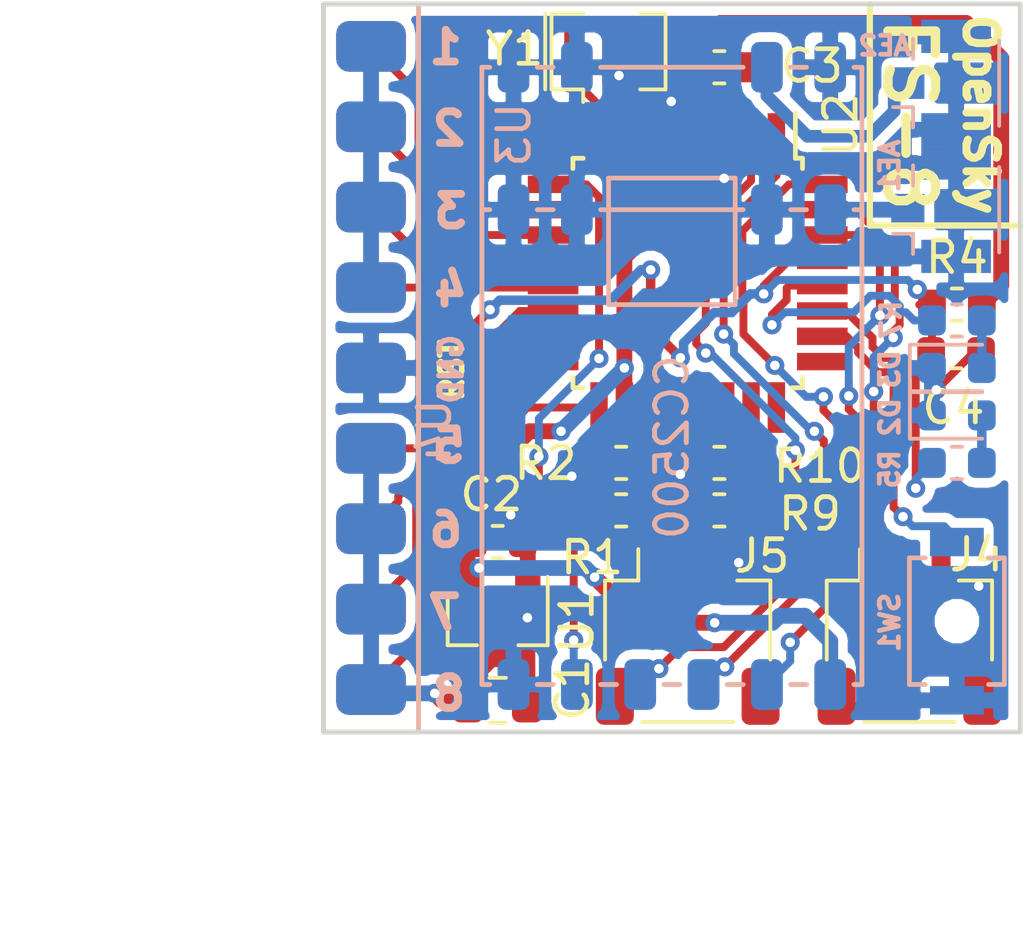
<source format=kicad_pcb>
(kicad_pcb (version 20171130) (host pcbnew "(5.0.2)-1")

  (general
    (thickness 1.6)
    (drawings 20)
    (tracks 328)
    (zones 0)
    (modules 25)
    (nets 33)
  )

  (page A4)
  (layers
    (0 F.Cu signal)
    (31 B.Cu signal)
    (32 B.Adhes user hide)
    (33 F.Adhes user)
    (34 B.Paste user)
    (35 F.Paste user)
    (36 B.SilkS user)
    (37 F.SilkS user)
    (38 B.Mask user)
    (39 F.Mask user)
    (40 Dwgs.User user)
    (41 Cmts.User user hide)
    (42 Eco1.User user)
    (43 Eco2.User user)
    (44 Edge.Cuts user)
    (45 Margin user)
    (46 B.CrtYd user)
    (47 F.CrtYd user)
    (48 B.Fab user hide)
    (49 F.Fab user hide)
  )

  (setup
    (last_trace_width 0.25)
    (user_trace_width 0.3)
    (user_trace_width 0.4)
    (user_trace_width 0.5)
    (trace_clearance 0.2)
    (zone_clearance 0.3)
    (zone_45_only no)
    (trace_min 0.2)
    (segment_width 0.2)
    (edge_width 0.15)
    (via_size 0.6)
    (via_drill 0.3)
    (via_min_size 0.4)
    (via_min_drill 0.3)
    (uvia_size 0.3)
    (uvia_drill 0.1)
    (uvias_allowed no)
    (uvia_min_size 0.2)
    (uvia_min_drill 0.1)
    (pcb_text_width 0.25)
    (pcb_text_size 1 1)
    (mod_edge_width 0.15)
    (mod_text_size 1 1)
    (mod_text_width 0.15)
    (pad_size 1.524 1.524)
    (pad_drill 0.762)
    (pad_to_mask_clearance 0.051)
    (solder_mask_min_width 0.25)
    (aux_axis_origin 0 0)
    (visible_elements 7FFDFF7F)
    (pcbplotparams
      (layerselection 0x010f0_ffffffff)
      (usegerberextensions false)
      (usegerberattributes false)
      (usegerberadvancedattributes false)
      (creategerberjobfile false)
      (excludeedgelayer true)
      (linewidth 0.100000)
      (plotframeref false)
      (viasonmask false)
      (mode 1)
      (useauxorigin false)
      (hpglpennumber 1)
      (hpglpenspeed 20)
      (hpglpendiameter 15.000000)
      (psnegative false)
      (psa4output false)
      (plotreference true)
      (plotvalue false)
      (plotinvisibletext false)
      (padsonsilk false)
      (subtractmaskfromsilk false)
      (outputformat 1)
      (mirror false)
      (drillshape 0)
      (scaleselection 1)
      (outputdirectory "gerbers_frtiny8_V1"))
  )

  (net 0 "")
  (net 1 "Net-(AE1-Pad1)")
  (net 2 +5V)
  (net 3 GND)
  (net 4 +3V3)
  (net 5 /RST)
  (net 6 "Net-(D2-Pad2)")
  (net 7 "Net-(D3-Pad2)")
  (net 8 /MISO)
  (net 9 /CLK)
  (net 10 /MOSI)
  (net 11 /RX)
  (net 12 /TX)
  (net 13 "Net-(R1-Pad2)")
  (net 14 "Net-(R5-Pad2)")
  (net 15 "Net-(R7-Pad2)")
  (net 16 "Net-(U2-Pad7)")
  (net 17 "Net-(U2-Pad8)")
  (net 18 "Net-(R10-Pad1)")
  (net 19 "Net-(AE2-Pad1)")
  (net 20 /CH1)
  (net 21 /CH2)
  (net 22 /CH3)
  (net 23 /CH4)
  (net 24 /CH5)
  (net 25 /CH6)
  (net 26 /CH7)
  (net 27 /CH8)
  (net 28 /A1)
  (net 29 /A2)
  (net 30 /BIND)
  (net 31 /CSN)
  (net 32 +5VD)

  (net_class Default "This is the default net class."
    (clearance 0.2)
    (trace_width 0.25)
    (via_dia 0.6)
    (via_drill 0.3)
    (uvia_dia 0.3)
    (uvia_drill 0.1)
    (add_net +3V3)
    (add_net +5V)
    (add_net +5VD)
    (add_net /A1)
    (add_net /A2)
    (add_net /BIND)
    (add_net /CH1)
    (add_net /CH2)
    (add_net /CH3)
    (add_net /CH4)
    (add_net /CH5)
    (add_net /CH6)
    (add_net /CH7)
    (add_net /CH8)
    (add_net /CLK)
    (add_net /CSN)
    (add_net /MISO)
    (add_net /MOSI)
    (add_net /RST)
    (add_net /RX)
    (add_net /TX)
    (add_net GND)
    (add_net "Net-(AE1-Pad1)")
    (add_net "Net-(AE2-Pad1)")
    (add_net "Net-(D2-Pad2)")
    (add_net "Net-(D3-Pad2)")
    (add_net "Net-(R1-Pad2)")
    (add_net "Net-(R10-Pad1)")
    (add_net "Net-(R5-Pad2)")
    (add_net "Net-(R7-Pad2)")
    (add_net "Net-(U2-Pad7)")
    (add_net "Net-(U2-Pad8)")
  )

  (module Connector_Coaxial:U.FL_Hirose_U.FL-R-SMT-1_Vertical (layer B.Cu) (tedit 5FAD0D79) (tstamp 5FBA69AC)
    (at 86.5 70)
    (descr "Hirose U.FL Coaxial https://www.hirose.com/product/en/products/U.FL/U.FL-R-SMT-1%2810%29/")
    (tags "Hirose U.FL Coaxial")
    (path /5FC09542)
    (attr smd)
    (fp_text reference AE1 (at -1.62 -1.38 270) (layer B.SilkS)
      (effects (font (size 0.6 0.6) (thickness 0.15)) (justify mirror))
    )
    (fp_text value Antenna_Shield (at 0.475 -3.2) (layer B.Fab)
      (effects (font (size 1 1) (thickness 0.15)) (justify mirror))
    )
    (fp_text user %R (at 0.475 0 -90) (layer B.Fab)
      (effects (font (size 0.6 0.6) (thickness 0.09)) (justify mirror))
    )
    (fp_line (start -2.02 -1) (end -2.02 1) (layer B.CrtYd) (width 0.05))
    (fp_line (start -1.32 -1) (end -2.02 -1) (layer B.CrtYd) (width 0.05))
    (fp_line (start 2.08 -1.8) (end 2.28 -1.8) (layer B.CrtYd) (width 0.05))
    (fp_line (start 2.08 -2.5) (end 2.08 -1.8) (layer B.CrtYd) (width 0.05))
    (fp_line (start 2.28 -1.8) (end 2.28 1.8) (layer B.CrtYd) (width 0.05))
    (fp_line (start -1.32 -1.8) (end -1.12 -1.8) (layer B.CrtYd) (width 0.05))
    (fp_line (start -1.12 -2.5) (end -1.12 -1.8) (layer B.CrtYd) (width 0.05))
    (fp_line (start 2.08 -2.5) (end -1.12 -2.5) (layer B.CrtYd) (width 0.05))
    (fp_line (start 1.835 1.35) (end 1.835 -1.35) (layer B.SilkS) (width 0.12))
    (fp_line (start -0.885 0.76) (end -1.515 0.76) (layer B.SilkS) (width 0.12))
    (fp_line (start -0.885 -1.4) (end -0.885 -0.76) (layer B.SilkS) (width 0.12))
    (fp_line (start -0.925 0.3) (end -1.075 0.15) (layer B.Fab) (width 0.1))
    (fp_line (start 1.775 1.3) (end 1.375 1.3) (layer B.Fab) (width 0.1))
    (fp_line (start 1.375 1.5) (end 1.375 1.3) (layer B.Fab) (width 0.1))
    (fp_line (start -0.425 1.5) (end 1.375 1.5) (layer B.Fab) (width 0.1))
    (fp_line (start 1.775 1.3) (end 1.775 -1.3) (layer B.Fab) (width 0.1))
    (fp_line (start 1.775 -1.3) (end 1.375 -1.3) (layer B.Fab) (width 0.1))
    (fp_line (start 1.375 -1.5) (end 1.375 -1.3) (layer B.Fab) (width 0.1))
    (fp_line (start -0.425 -1.5) (end 1.375 -1.5) (layer B.Fab) (width 0.1))
    (fp_line (start -0.425 1.3) (end -0.825 1.3) (layer B.Fab) (width 0.1))
    (fp_line (start -0.425 1.5) (end -0.425 1.3) (layer B.Fab) (width 0.1))
    (fp_line (start -0.825 0.3) (end -0.825 1.3) (layer B.Fab) (width 0.1))
    (fp_line (start -0.925 0.3) (end -0.825 0.3) (layer B.Fab) (width 0.1))
    (fp_line (start -1.075 -0.3) (end -1.075 0.15) (layer B.Fab) (width 0.1))
    (fp_line (start -1.075 -0.3) (end -0.825 -0.3) (layer B.Fab) (width 0.1))
    (fp_line (start -0.825 -0.3) (end -0.825 -1.3) (layer B.Fab) (width 0.1))
    (fp_line (start -0.425 -1.3) (end -0.825 -1.3) (layer B.Fab) (width 0.1))
    (fp_line (start -0.425 -1.5) (end -0.425 -1.3) (layer B.Fab) (width 0.1))
    (fp_line (start -0.885 1.4) (end -0.885 0.76) (layer B.SilkS) (width 0.12))
    (fp_line (start 2.08 1.8) (end 2.28 1.8) (layer B.CrtYd) (width 0.05))
    (fp_line (start 2.08 1.8) (end 2.08 2.5) (layer B.CrtYd) (width 0.05))
    (fp_line (start -1.32 1) (end -1.32 1.8) (layer B.CrtYd) (width 0.05))
    (fp_line (start 2.08 2.5) (end -1.12 2.5) (layer B.CrtYd) (width 0.05))
    (fp_line (start -1.12 1.8) (end -1.12 2.5) (layer B.CrtYd) (width 0.05))
    (fp_line (start -1.32 1.8) (end -1.12 1.8) (layer B.CrtYd) (width 0.05))
    (fp_line (start -1.32 -1.8) (end -1.32 -1) (layer B.CrtYd) (width 0.05))
    (fp_line (start -1.32 1) (end -2.02 1) (layer B.CrtYd) (width 0.05))
    (pad 2 smd rect (at 0.475 -1.475) (size 2.2 1.05) (layers B.Cu B.Paste B.Mask)
      (net 3 GND))
    (pad 1 smd rect (at -1.05 0) (size 1.05 1) (layers B.Cu B.Paste B.Mask)
      (net 1 "Net-(AE1-Pad1)"))
    (pad 2 smd rect (at 0.475 1.475) (size 2.2 1.05) (layers B.Cu B.Paste B.Mask)
      (net 3 GND))
    (model ${KISYS3DMOD}/Connector_Coaxial.3dshapes/U.FL_Hirose_U.FL-R-SMT-1_Vertical.wrl
      (offset (xyz 0.4749999928262157 0 0))
      (scale (xyz 1 1 1))
      (rotate (xyz 0 0 0))
    )
  )

  (module Connector_Coaxial:U.FL_Hirose_U.FL-R-SMT-1_Vertical (layer B.Cu) (tedit 5FAD0D65) (tstamp 5FBA69D9)
    (at 86.5 66)
    (descr "Hirose U.FL Coaxial https://www.hirose.com/product/en/products/U.FL/U.FL-R-SMT-1%2810%29/")
    (tags "Hirose U.FL Coaxial")
    (path /5FBEEF30)
    (attr smd)
    (fp_text reference AE2 (at -1.78 -1.18) (layer B.SilkS)
      (effects (font (size 0.6 0.6) (thickness 0.15)) (justify mirror))
    )
    (fp_text value Antenna_Shield (at 0.475 -3.2) (layer B.Fab)
      (effects (font (size 1 1) (thickness 0.15)) (justify mirror))
    )
    (fp_line (start -1.32 1) (end -2.02 1) (layer B.CrtYd) (width 0.05))
    (fp_line (start -1.32 -1.8) (end -1.32 -1) (layer B.CrtYd) (width 0.05))
    (fp_line (start -1.32 1.8) (end -1.12 1.8) (layer B.CrtYd) (width 0.05))
    (fp_line (start -1.12 1.8) (end -1.12 2.5) (layer B.CrtYd) (width 0.05))
    (fp_line (start 2.08 2.5) (end -1.12 2.5) (layer B.CrtYd) (width 0.05))
    (fp_line (start -1.32 1) (end -1.32 1.8) (layer B.CrtYd) (width 0.05))
    (fp_line (start 2.08 1.8) (end 2.08 2.5) (layer B.CrtYd) (width 0.05))
    (fp_line (start 2.08 1.8) (end 2.28 1.8) (layer B.CrtYd) (width 0.05))
    (fp_line (start -0.885 1.4) (end -0.885 0.76) (layer B.SilkS) (width 0.12))
    (fp_line (start -0.425 -1.5) (end -0.425 -1.3) (layer B.Fab) (width 0.1))
    (fp_line (start -0.425 -1.3) (end -0.825 -1.3) (layer B.Fab) (width 0.1))
    (fp_line (start -0.825 -0.3) (end -0.825 -1.3) (layer B.Fab) (width 0.1))
    (fp_line (start -1.075 -0.3) (end -0.825 -0.3) (layer B.Fab) (width 0.1))
    (fp_line (start -1.075 -0.3) (end -1.075 0.15) (layer B.Fab) (width 0.1))
    (fp_line (start -0.925 0.3) (end -0.825 0.3) (layer B.Fab) (width 0.1))
    (fp_line (start -0.825 0.3) (end -0.825 1.3) (layer B.Fab) (width 0.1))
    (fp_line (start -0.425 1.5) (end -0.425 1.3) (layer B.Fab) (width 0.1))
    (fp_line (start -0.425 1.3) (end -0.825 1.3) (layer B.Fab) (width 0.1))
    (fp_line (start -0.425 -1.5) (end 1.375 -1.5) (layer B.Fab) (width 0.1))
    (fp_line (start 1.375 -1.5) (end 1.375 -1.3) (layer B.Fab) (width 0.1))
    (fp_line (start 1.775 -1.3) (end 1.375 -1.3) (layer B.Fab) (width 0.1))
    (fp_line (start 1.775 1.3) (end 1.775 -1.3) (layer B.Fab) (width 0.1))
    (fp_line (start -0.425 1.5) (end 1.375 1.5) (layer B.Fab) (width 0.1))
    (fp_line (start 1.375 1.5) (end 1.375 1.3) (layer B.Fab) (width 0.1))
    (fp_line (start 1.775 1.3) (end 1.375 1.3) (layer B.Fab) (width 0.1))
    (fp_line (start -0.925 0.3) (end -1.075 0.15) (layer B.Fab) (width 0.1))
    (fp_line (start -0.885 -1.4) (end -0.885 -0.76) (layer B.SilkS) (width 0.12))
    (fp_line (start -0.885 0.76) (end -1.515 0.76) (layer B.SilkS) (width 0.12))
    (fp_line (start 1.835 1.35) (end 1.835 -1.35) (layer B.SilkS) (width 0.12))
    (fp_line (start 2.08 -2.5) (end -1.12 -2.5) (layer B.CrtYd) (width 0.05))
    (fp_line (start -1.12 -2.5) (end -1.12 -1.8) (layer B.CrtYd) (width 0.05))
    (fp_line (start -1.32 -1.8) (end -1.12 -1.8) (layer B.CrtYd) (width 0.05))
    (fp_line (start 2.28 -1.8) (end 2.28 1.8) (layer B.CrtYd) (width 0.05))
    (fp_line (start 2.08 -2.5) (end 2.08 -1.8) (layer B.CrtYd) (width 0.05))
    (fp_line (start 2.08 -1.8) (end 2.28 -1.8) (layer B.CrtYd) (width 0.05))
    (fp_line (start -1.32 -1) (end -2.02 -1) (layer B.CrtYd) (width 0.05))
    (fp_line (start -2.02 -1) (end -2.02 1) (layer B.CrtYd) (width 0.05))
    (fp_text user %R (at 0.475 0 -90) (layer B.Fab)
      (effects (font (size 0.6 0.6) (thickness 0.09)) (justify mirror))
    )
    (pad 2 smd rect (at 0.475 1.475) (size 2.2 1.05) (layers B.Cu B.Paste B.Mask)
      (net 3 GND))
    (pad 1 smd rect (at -1.05 0) (size 1.05 1) (layers B.Cu B.Paste B.Mask)
      (net 19 "Net-(AE2-Pad1)"))
    (pad 2 smd rect (at 0.475 -1.475) (size 2.2 1.05) (layers B.Cu B.Paste B.Mask)
      (net 3 GND))
    (model ${KISYS3DMOD}/Connector_Coaxial.3dshapes/U.FL_Hirose_U.FL-R-SMT-1_Vertical.wrl
      (offset (xyz 0.4749999928262157 0 0))
      (scale (xyz 1 1 1))
      (rotate (xyz 0 0 0))
    )
  )

  (module Capacitor_SMD:C_0805_2012Metric (layer F.Cu) (tedit 5B36C52B) (tstamp 5FBA69EA)
    (at 72.5 85.5)
    (descr "Capacitor SMD 0805 (2012 Metric), square (rectangular) end terminal, IPC_7351 nominal, (Body size source: https://docs.google.com/spreadsheets/d/1BsfQQcO9C6DZCsRaXUlFlo91Tg2WpOkGARC1WS5S8t0/edit?usp=sharing), generated with kicad-footprint-generator")
    (tags capacitor)
    (path /5FA8477E)
    (attr smd)
    (fp_text reference C1 (at 2.36 -0.34 90) (layer F.SilkS)
      (effects (font (size 1 1) (thickness 0.15)))
    )
    (fp_text value 4u7_0805_16V (at 0 1.65) (layer F.Fab)
      (effects (font (size 1 1) (thickness 0.15)))
    )
    (fp_line (start -1 0.6) (end -1 -0.6) (layer F.Fab) (width 0.1))
    (fp_line (start -1 -0.6) (end 1 -0.6) (layer F.Fab) (width 0.1))
    (fp_line (start 1 -0.6) (end 1 0.6) (layer F.Fab) (width 0.1))
    (fp_line (start 1 0.6) (end -1 0.6) (layer F.Fab) (width 0.1))
    (fp_line (start -0.258578 -0.71) (end 0.258578 -0.71) (layer F.SilkS) (width 0.12))
    (fp_line (start -0.258578 0.71) (end 0.258578 0.71) (layer F.SilkS) (width 0.12))
    (fp_line (start -1.68 0.95) (end -1.68 -0.95) (layer F.CrtYd) (width 0.05))
    (fp_line (start -1.68 -0.95) (end 1.68 -0.95) (layer F.CrtYd) (width 0.05))
    (fp_line (start 1.68 -0.95) (end 1.68 0.95) (layer F.CrtYd) (width 0.05))
    (fp_line (start 1.68 0.95) (end -1.68 0.95) (layer F.CrtYd) (width 0.05))
    (fp_text user %R (at 0 0) (layer F.Fab)
      (effects (font (size 0.5 0.5) (thickness 0.08)))
    )
    (pad 1 smd roundrect (at -0.9375 0) (size 0.975 1.4) (layers F.Cu F.Paste F.Mask) (roundrect_rratio 0.25)
      (net 2 +5V))
    (pad 2 smd roundrect (at 0.9375 0) (size 0.975 1.4) (layers F.Cu F.Paste F.Mask) (roundrect_rratio 0.25)
      (net 3 GND))
    (model ${KISYS3DMOD}/Capacitor_SMD.3dshapes/C_0805_2012Metric.wrl
      (at (xyz 0 0 0))
      (scale (xyz 1 1 1))
      (rotate (xyz 0 0 0))
    )
  )

  (module Capacitor_SMD:C_0603_1608Metric (layer F.Cu) (tedit 5B301BBE) (tstamp 5FBA69FB)
    (at 72.5 80.5)
    (descr "Capacitor SMD 0603 (1608 Metric), square (rectangular) end terminal, IPC_7351 nominal, (Body size source: http://www.tortai-tech.com/upload/download/2011102023233369053.pdf), generated with kicad-footprint-generator")
    (tags capacitor)
    (path /5FA8226C)
    (attr smd)
    (fp_text reference C2 (at -0.2 -1.5) (layer F.SilkS)
      (effects (font (size 1 1) (thickness 0.15)))
    )
    (fp_text value 22u_0603 (at 0 1.43) (layer F.Fab)
      (effects (font (size 1 1) (thickness 0.15)))
    )
    (fp_line (start -0.8 0.4) (end -0.8 -0.4) (layer F.Fab) (width 0.1))
    (fp_line (start -0.8 -0.4) (end 0.8 -0.4) (layer F.Fab) (width 0.1))
    (fp_line (start 0.8 -0.4) (end 0.8 0.4) (layer F.Fab) (width 0.1))
    (fp_line (start 0.8 0.4) (end -0.8 0.4) (layer F.Fab) (width 0.1))
    (fp_line (start -0.162779 -0.51) (end 0.162779 -0.51) (layer F.SilkS) (width 0.12))
    (fp_line (start -0.162779 0.51) (end 0.162779 0.51) (layer F.SilkS) (width 0.12))
    (fp_line (start -1.48 0.73) (end -1.48 -0.73) (layer F.CrtYd) (width 0.05))
    (fp_line (start -1.48 -0.73) (end 1.48 -0.73) (layer F.CrtYd) (width 0.05))
    (fp_line (start 1.48 -0.73) (end 1.48 0.73) (layer F.CrtYd) (width 0.05))
    (fp_line (start 1.48 0.73) (end -1.48 0.73) (layer F.CrtYd) (width 0.05))
    (fp_text user %R (at 0 0) (layer F.Fab)
      (effects (font (size 0.4 0.4) (thickness 0.06)))
    )
    (pad 1 smd roundrect (at -0.7875 0) (size 0.875 0.95) (layers F.Cu F.Paste F.Mask) (roundrect_rratio 0.25)
      (net 4 +3V3))
    (pad 2 smd roundrect (at 0.7875 0) (size 0.875 0.95) (layers F.Cu F.Paste F.Mask) (roundrect_rratio 0.25)
      (net 3 GND))
    (model ${KISYS3DMOD}/Capacitor_SMD.3dshapes/C_0603_1608Metric.wrl
      (at (xyz 0 0 0))
      (scale (xyz 1 1 1))
      (rotate (xyz 0 0 0))
    )
  )

  (module Capacitor_SMD:C_0603_1608Metric (layer F.Cu) (tedit 5B301BBE) (tstamp 5FBA6A0C)
    (at 79.5 65.5)
    (descr "Capacitor SMD 0603 (1608 Metric), square (rectangular) end terminal, IPC_7351 nominal, (Body size source: http://www.tortai-tech.com/upload/download/2011102023233369053.pdf), generated with kicad-footprint-generator")
    (tags capacitor)
    (path /5FA82350)
    (attr smd)
    (fp_text reference C3 (at 2.92 -0.04) (layer F.SilkS)
      (effects (font (size 1 1) (thickness 0.15)))
    )
    (fp_text value 100n_0603 (at 0 1.43) (layer F.Fab)
      (effects (font (size 1 1) (thickness 0.15)))
    )
    (fp_text user %R (at 0 0) (layer F.Fab)
      (effects (font (size 0.4 0.4) (thickness 0.06)))
    )
    (fp_line (start 1.48 0.73) (end -1.48 0.73) (layer F.CrtYd) (width 0.05))
    (fp_line (start 1.48 -0.73) (end 1.48 0.73) (layer F.CrtYd) (width 0.05))
    (fp_line (start -1.48 -0.73) (end 1.48 -0.73) (layer F.CrtYd) (width 0.05))
    (fp_line (start -1.48 0.73) (end -1.48 -0.73) (layer F.CrtYd) (width 0.05))
    (fp_line (start -0.162779 0.51) (end 0.162779 0.51) (layer F.SilkS) (width 0.12))
    (fp_line (start -0.162779 -0.51) (end 0.162779 -0.51) (layer F.SilkS) (width 0.12))
    (fp_line (start 0.8 0.4) (end -0.8 0.4) (layer F.Fab) (width 0.1))
    (fp_line (start 0.8 -0.4) (end 0.8 0.4) (layer F.Fab) (width 0.1))
    (fp_line (start -0.8 -0.4) (end 0.8 -0.4) (layer F.Fab) (width 0.1))
    (fp_line (start -0.8 0.4) (end -0.8 -0.4) (layer F.Fab) (width 0.1))
    (pad 2 smd roundrect (at 0.7875 0) (size 0.875 0.95) (layers F.Cu F.Paste F.Mask) (roundrect_rratio 0.25)
      (net 3 GND))
    (pad 1 smd roundrect (at -0.7875 0) (size 0.875 0.95) (layers F.Cu F.Paste F.Mask) (roundrect_rratio 0.25)
      (net 4 +3V3))
    (model ${KISYS3DMOD}/Capacitor_SMD.3dshapes/C_0603_1608Metric.wrl
      (at (xyz 0 0 0))
      (scale (xyz 1 1 1))
      (rotate (xyz 0 0 0))
    )
  )

  (module Capacitor_SMD:C_0603_1608Metric (layer F.Cu) (tedit 5B301BBE) (tstamp 5FBA6A1D)
    (at 86.975 74.5)
    (descr "Capacitor SMD 0603 (1608 Metric), square (rectangular) end terminal, IPC_7351 nominal, (Body size source: http://www.tortai-tech.com/upload/download/2011102023233369053.pdf), generated with kicad-footprint-generator")
    (tags capacitor)
    (path /5FB20825)
    (attr smd)
    (fp_text reference C4 (at -0.085 1.75) (layer F.SilkS)
      (effects (font (size 1 1) (thickness 0.15)))
    )
    (fp_text value dns_0603 (at 0 1.43) (layer F.Fab)
      (effects (font (size 1 1) (thickness 0.15)))
    )
    (fp_line (start -0.8 0.4) (end -0.8 -0.4) (layer F.Fab) (width 0.1))
    (fp_line (start -0.8 -0.4) (end 0.8 -0.4) (layer F.Fab) (width 0.1))
    (fp_line (start 0.8 -0.4) (end 0.8 0.4) (layer F.Fab) (width 0.1))
    (fp_line (start 0.8 0.4) (end -0.8 0.4) (layer F.Fab) (width 0.1))
    (fp_line (start -0.162779 -0.51) (end 0.162779 -0.51) (layer F.SilkS) (width 0.12))
    (fp_line (start -0.162779 0.51) (end 0.162779 0.51) (layer F.SilkS) (width 0.12))
    (fp_line (start -1.48 0.73) (end -1.48 -0.73) (layer F.CrtYd) (width 0.05))
    (fp_line (start -1.48 -0.73) (end 1.48 -0.73) (layer F.CrtYd) (width 0.05))
    (fp_line (start 1.48 -0.73) (end 1.48 0.73) (layer F.CrtYd) (width 0.05))
    (fp_line (start 1.48 0.73) (end -1.48 0.73) (layer F.CrtYd) (width 0.05))
    (fp_text user %R (at 0 0) (layer F.Fab)
      (effects (font (size 0.4 0.4) (thickness 0.06)))
    )
    (pad 1 smd roundrect (at -0.7875 0) (size 0.875 0.95) (layers F.Cu F.Paste F.Mask) (roundrect_rratio 0.25)
      (net 5 /RST))
    (pad 2 smd roundrect (at 0.7875 0) (size 0.875 0.95) (layers F.Cu F.Paste F.Mask) (roundrect_rratio 0.25)
      (net 3 GND))
    (model ${KISYS3DMOD}/Capacitor_SMD.3dshapes/C_0603_1608Metric.wrl
      (at (xyz 0 0 0))
      (scale (xyz 1 1 1))
      (rotate (xyz 0 0 0))
    )
  )

  (module LED_SMD:LED_0603_1608Metric (layer B.Cu) (tedit 5FAD0F2B) (tstamp 5FBA7F8E)
    (at 87 76.5)
    (descr "LED SMD 0603 (1608 Metric), square (rectangular) end terminal, IPC_7351 nominal, (Body size source: http://www.tortai-tech.com/upload/download/2011102023233369053.pdf), generated with kicad-footprint-generator")
    (tags diode)
    (path /5FAE19BE)
    (attr smd)
    (fp_text reference D2 (at -2.12 0.06 90) (layer B.SilkS)
      (effects (font (size 0.6 0.6) (thickness 0.15)) (justify mirror))
    )
    (fp_text value GREEN (at 0 -1.43) (layer B.Fab)
      (effects (font (size 1 1) (thickness 0.15)) (justify mirror))
    )
    (fp_text user %R (at 0 0) (layer B.Fab)
      (effects (font (size 0.4 0.4) (thickness 0.06)) (justify mirror))
    )
    (fp_line (start 1.48 -0.73) (end -1.48 -0.73) (layer B.CrtYd) (width 0.05))
    (fp_line (start 1.48 0.73) (end 1.48 -0.73) (layer B.CrtYd) (width 0.05))
    (fp_line (start -1.48 0.73) (end 1.48 0.73) (layer B.CrtYd) (width 0.05))
    (fp_line (start -1.48 -0.73) (end -1.48 0.73) (layer B.CrtYd) (width 0.05))
    (fp_line (start -1.485 -0.735) (end 0.8 -0.735) (layer B.SilkS) (width 0.12))
    (fp_line (start -1.485 0.735) (end -1.485 -0.735) (layer B.SilkS) (width 0.12))
    (fp_line (start 0.8 0.735) (end -1.485 0.735) (layer B.SilkS) (width 0.12))
    (fp_line (start 0.8 -0.4) (end 0.8 0.4) (layer B.Fab) (width 0.1))
    (fp_line (start -0.8 -0.4) (end 0.8 -0.4) (layer B.Fab) (width 0.1))
    (fp_line (start -0.8 0.1) (end -0.8 -0.4) (layer B.Fab) (width 0.1))
    (fp_line (start -0.5 0.4) (end -0.8 0.1) (layer B.Fab) (width 0.1))
    (fp_line (start 0.8 0.4) (end -0.5 0.4) (layer B.Fab) (width 0.1))
    (pad 2 smd roundrect (at 0.7875 0) (size 0.875 0.95) (layers B.Cu B.Paste B.Mask) (roundrect_rratio 0.25)
      (net 6 "Net-(D2-Pad2)"))
    (pad 1 smd roundrect (at -0.7875 0) (size 0.875 0.95) (layers B.Cu B.Paste B.Mask) (roundrect_rratio 0.25)
      (net 3 GND))
    (model ${KISYS3DMOD}/LED_SMD.3dshapes/LED_0603_1608Metric.wrl
      (at (xyz 0 0 0))
      (scale (xyz 1 1 1))
      (rotate (xyz 0 0 0))
    )
  )

  (module LED_SMD:LED_0603_1608Metric (layer B.Cu) (tedit 5FAD0F1F) (tstamp 5FBA8093)
    (at 87 75)
    (descr "LED SMD 0603 (1608 Metric), square (rectangular) end terminal, IPC_7351 nominal, (Body size source: http://www.tortai-tech.com/upload/download/2011102023233369053.pdf), generated with kicad-footprint-generator")
    (tags diode)
    (path /5FAE42CA)
    (attr smd)
    (fp_text reference D3 (at -2.12 0.04 90) (layer B.SilkS)
      (effects (font (size 0.6 0.6) (thickness 0.15)) (justify mirror))
    )
    (fp_text value RED (at 0 -1.43) (layer B.Fab)
      (effects (font (size 1 1) (thickness 0.15)) (justify mirror))
    )
    (fp_line (start 0.8 0.4) (end -0.5 0.4) (layer B.Fab) (width 0.1))
    (fp_line (start -0.5 0.4) (end -0.8 0.1) (layer B.Fab) (width 0.1))
    (fp_line (start -0.8 0.1) (end -0.8 -0.4) (layer B.Fab) (width 0.1))
    (fp_line (start -0.8 -0.4) (end 0.8 -0.4) (layer B.Fab) (width 0.1))
    (fp_line (start 0.8 -0.4) (end 0.8 0.4) (layer B.Fab) (width 0.1))
    (fp_line (start 0.8 0.735) (end -1.485 0.735) (layer B.SilkS) (width 0.12))
    (fp_line (start -1.485 0.735) (end -1.485 -0.735) (layer B.SilkS) (width 0.12))
    (fp_line (start -1.485 -0.735) (end 0.8 -0.735) (layer B.SilkS) (width 0.12))
    (fp_line (start -1.48 -0.73) (end -1.48 0.73) (layer B.CrtYd) (width 0.05))
    (fp_line (start -1.48 0.73) (end 1.48 0.73) (layer B.CrtYd) (width 0.05))
    (fp_line (start 1.48 0.73) (end 1.48 -0.73) (layer B.CrtYd) (width 0.05))
    (fp_line (start 1.48 -0.73) (end -1.48 -0.73) (layer B.CrtYd) (width 0.05))
    (fp_text user %R (at 0 0) (layer B.Fab)
      (effects (font (size 0.4 0.4) (thickness 0.06)) (justify mirror))
    )
    (pad 1 smd roundrect (at -0.7875 0) (size 0.875 0.95) (layers B.Cu B.Paste B.Mask) (roundrect_rratio 0.25)
      (net 3 GND))
    (pad 2 smd roundrect (at 0.7875 0) (size 0.875 0.95) (layers B.Cu B.Paste B.Mask) (roundrect_rratio 0.25)
      (net 7 "Net-(D3-Pad2)"))
    (model ${KISYS3DMOD}/LED_SMD.3dshapes/LED_0603_1608Metric.wrl
      (at (xyz 0 0 0))
      (scale (xyz 1 1 1))
      (rotate (xyz 0 0 0))
    )
  )

  (module FRMod:9PAD_ARRAY (layer F.Cu) (tedit 5FAD118C) (tstamp 5FBA6A59)
    (at 68.5 75 270)
    (path /5FB01817)
    (fp_text reference J2 (at -9.5 3 270) (layer F.SilkS) hide
      (effects (font (size 1 1) (thickness 0.15)))
    )
    (fp_text value Conn_01x09 (at -7.5 -2.5 270) (layer F.Fab)
      (effects (font (size 1 1) (thickness 0.15)))
    )
    (fp_line (start -11.5 -1.5) (end 11.5 -1.5) (layer F.SilkS) (width 0.15))
    (fp_line (start 11.5 -1.5) (end 11.5 1.5) (layer F.SilkS) (width 0.15))
    (fp_line (start 11.5 1.5) (end -11.5 1.5) (layer F.SilkS) (width 0.15))
    (fp_line (start -11.5 1.5) (end -11.5 -1.5) (layer F.SilkS) (width 0.15))
    (pad 1 smd roundrect (at -10.16 0 270) (size 1.6 2.2) (layers F.Cu F.Paste F.Mask) (roundrect_rratio 0.25)
      (net 20 /CH1))
    (pad 2 smd roundrect (at -7.62 0 270) (size 1.6 2.2) (layers F.Cu F.Paste F.Mask) (roundrect_rratio 0.25)
      (net 21 /CH2))
    (pad 3 smd roundrect (at -5.08 0 270) (size 1.6 2.2) (layers F.Cu F.Paste F.Mask) (roundrect_rratio 0.25)
      (net 22 /CH3))
    (pad 4 smd roundrect (at -2.54 0 270) (size 1.6 2.2) (layers F.Cu F.Paste F.Mask) (roundrect_rratio 0.25)
      (net 23 /CH4))
    (pad 5 smd roundrect (at 0 0 270) (size 1.6 2.2) (layers F.Cu F.Paste F.Mask) (roundrect_rratio 0.25)
      (net 5 /RST))
    (pad 6 smd roundrect (at 2.54 0 270) (size 1.6 2.2) (layers F.Cu F.Paste F.Mask) (roundrect_rratio 0.25)
      (net 24 /CH5))
    (pad 7 smd roundrect (at 5.08 0 270) (size 1.6 2.2) (layers F.Cu F.Paste F.Mask) (roundrect_rratio 0.25)
      (net 25 /CH6))
    (pad 8 smd roundrect (at 7.62 0 270) (size 1.6 2.2) (layers F.Cu F.Paste F.Mask) (roundrect_rratio 0.25)
      (net 26 /CH7))
    (pad 9 smd roundrect (at 10.16 0 270) (size 1.6 2.2) (layers F.Cu F.Paste F.Mask) (roundrect_rratio 0.25)
      (net 27 /CH8))
  )

  (module FRMod:9PAD_ARRAY (layer B.Cu) (tedit 5FAD1196) (tstamp 5FBA6A6A)
    (at 68.5 75 90)
    (path /5FBCA604)
    (fp_text reference J3 (at -9.5 -3 90) (layer B.SilkS) hide
      (effects (font (size 1 1) (thickness 0.15)) (justify mirror))
    )
    (fp_text value Conn_01x09 (at -7.5 2.5 90) (layer B.Fab)
      (effects (font (size 1 1) (thickness 0.15)) (justify mirror))
    )
    (fp_line (start -11.5 -1.5) (end -11.5 1.5) (layer B.SilkS) (width 0.15))
    (fp_line (start 11.5 -1.5) (end -11.5 -1.5) (layer B.SilkS) (width 0.15))
    (fp_line (start 11.5 1.5) (end 11.5 -1.5) (layer B.SilkS) (width 0.15))
    (fp_line (start -11.5 1.5) (end 11.5 1.5) (layer B.SilkS) (width 0.15))
    (pad 9 smd roundrect (at 10.16 0 90) (size 1.6 2.2) (layers B.Cu B.Paste B.Mask) (roundrect_rratio 0.25)
      (net 32 +5VD))
    (pad 8 smd roundrect (at 7.62 0 90) (size 1.6 2.2) (layers B.Cu B.Paste B.Mask) (roundrect_rratio 0.25)
      (net 32 +5VD))
    (pad 7 smd roundrect (at 5.08 0 90) (size 1.6 2.2) (layers B.Cu B.Paste B.Mask) (roundrect_rratio 0.25)
      (net 32 +5VD))
    (pad 6 smd roundrect (at 2.54 0 90) (size 1.6 2.2) (layers B.Cu B.Paste B.Mask) (roundrect_rratio 0.25)
      (net 32 +5VD))
    (pad 5 smd roundrect (at 0 0 90) (size 1.6 2.2) (layers B.Cu B.Paste B.Mask) (roundrect_rratio 0.25)
      (net 3 GND))
    (pad 4 smd roundrect (at -2.54 0 90) (size 1.6 2.2) (layers B.Cu B.Paste B.Mask) (roundrect_rratio 0.25)
      (net 2 +5V))
    (pad 3 smd roundrect (at -5.08 0 90) (size 1.6 2.2) (layers B.Cu B.Paste B.Mask) (roundrect_rratio 0.25)
      (net 2 +5V))
    (pad 2 smd roundrect (at -7.62 0 90) (size 1.6 2.2) (layers B.Cu B.Paste B.Mask) (roundrect_rratio 0.25)
      (net 2 +5V))
    (pad 1 smd roundrect (at -10.16 0 90) (size 1.6 2.2) (layers B.Cu B.Paste B.Mask) (roundrect_rratio 0.25)
      (net 2 +5V))
  )

  (module Connector_JST:JST_SH_SM03B-SRSS-TB_1x03-1MP_P1.00mm_Horizontal (layer F.Cu) (tedit 5B78AD87) (tstamp 5FBA6A84)
    (at 85.5 83.5)
    (descr "JST SH series connector, SM03B-SRSS-TB (http://www.jst-mfg.com/product/pdf/eng/eSH.pdf), generated with kicad-footprint-generator")
    (tags "connector JST SH top entry")
    (path /5FA7E677)
    (attr smd)
    (fp_text reference J4 (at 2.14 -2.6) (layer F.SilkS)
      (effects (font (size 1 1) (thickness 0.15)))
    )
    (fp_text value JST1.0 (at 0 3.98) (layer F.Fab)
      (effects (font (size 1 1) (thickness 0.15)))
    )
    (fp_line (start -2.5 -1.675) (end 2.5 -1.675) (layer F.Fab) (width 0.1))
    (fp_line (start -2.61 0.715) (end -2.61 -1.785) (layer F.SilkS) (width 0.12))
    (fp_line (start -2.61 -1.785) (end -1.56 -1.785) (layer F.SilkS) (width 0.12))
    (fp_line (start -1.56 -1.785) (end -1.56 -2.775) (layer F.SilkS) (width 0.12))
    (fp_line (start 2.61 0.715) (end 2.61 -1.785) (layer F.SilkS) (width 0.12))
    (fp_line (start 2.61 -1.785) (end 1.56 -1.785) (layer F.SilkS) (width 0.12))
    (fp_line (start -1.44 2.685) (end 1.44 2.685) (layer F.SilkS) (width 0.12))
    (fp_line (start -2.5 2.575) (end 2.5 2.575) (layer F.Fab) (width 0.1))
    (fp_line (start -2.5 -1.675) (end -2.5 2.575) (layer F.Fab) (width 0.1))
    (fp_line (start 2.5 -1.675) (end 2.5 2.575) (layer F.Fab) (width 0.1))
    (fp_line (start -3.4 -3.28) (end -3.4 3.28) (layer F.CrtYd) (width 0.05))
    (fp_line (start -3.4 3.28) (end 3.4 3.28) (layer F.CrtYd) (width 0.05))
    (fp_line (start 3.4 3.28) (end 3.4 -3.28) (layer F.CrtYd) (width 0.05))
    (fp_line (start 3.4 -3.28) (end -3.4 -3.28) (layer F.CrtYd) (width 0.05))
    (fp_line (start -1.5 -1.675) (end -1 -0.967893) (layer F.Fab) (width 0.1))
    (fp_line (start -1 -0.967893) (end -0.5 -1.675) (layer F.Fab) (width 0.1))
    (fp_text user %R (at 0 0) (layer F.Fab)
      (effects (font (size 1 1) (thickness 0.15)))
    )
    (pad 1 smd roundrect (at -1 -2) (size 0.6 1.55) (layers F.Cu F.Paste F.Mask) (roundrect_rratio 0.25)
      (net 11 /RX))
    (pad 2 smd roundrect (at 0 -2) (size 0.6 1.55) (layers F.Cu F.Paste F.Mask) (roundrect_rratio 0.25)
      (net 12 /TX))
    (pad 3 smd roundrect (at 1 -2) (size 0.6 1.55) (layers F.Cu F.Paste F.Mask) (roundrect_rratio 0.25)
      (net 3 GND))
    (pad MP smd roundrect (at -2.3 1.875) (size 1.2 1.8) (layers F.Cu F.Paste F.Mask) (roundrect_rratio 0.208333))
    (pad MP smd roundrect (at 2.3 1.875) (size 1.2 1.8) (layers F.Cu F.Paste F.Mask) (roundrect_rratio 0.208333))
    (model ${KISYS3DMOD}/Connector_JST.3dshapes/JST_SH_SM03B-SRSS-TB_1x03-1MP_P1.00mm_Horizontal.wrl
      (at (xyz 0 0 0))
      (scale (xyz 1 1 1))
      (rotate (xyz 0 0 0))
    )
  )

  (module Connector_JST:JST_SH_SM03B-SRSS-TB_1x03-1MP_P1.00mm_Horizontal (layer F.Cu) (tedit 5B78AD87) (tstamp 5FBA6A9E)
    (at 78.5 83.5)
    (descr "JST SH series connector, SM03B-SRSS-TB (http://www.jst-mfg.com/product/pdf/eng/eSH.pdf), generated with kicad-footprint-generator")
    (tags "connector JST SH top entry")
    (path /5FA7E767)
    (attr smd)
    (fp_text reference J5 (at 2.35 -2.56) (layer F.SilkS)
      (effects (font (size 1 1) (thickness 0.15)))
    )
    (fp_text value JST1.0 (at 0 3.98) (layer F.Fab)
      (effects (font (size 1 1) (thickness 0.15)))
    )
    (fp_text user %R (at 0 0) (layer F.Fab)
      (effects (font (size 1 1) (thickness 0.15)))
    )
    (fp_line (start -1 -0.967893) (end -0.5 -1.675) (layer F.Fab) (width 0.1))
    (fp_line (start -1.5 -1.675) (end -1 -0.967893) (layer F.Fab) (width 0.1))
    (fp_line (start 3.4 -3.28) (end -3.4 -3.28) (layer F.CrtYd) (width 0.05))
    (fp_line (start 3.4 3.28) (end 3.4 -3.28) (layer F.CrtYd) (width 0.05))
    (fp_line (start -3.4 3.28) (end 3.4 3.28) (layer F.CrtYd) (width 0.05))
    (fp_line (start -3.4 -3.28) (end -3.4 3.28) (layer F.CrtYd) (width 0.05))
    (fp_line (start 2.5 -1.675) (end 2.5 2.575) (layer F.Fab) (width 0.1))
    (fp_line (start -2.5 -1.675) (end -2.5 2.575) (layer F.Fab) (width 0.1))
    (fp_line (start -2.5 2.575) (end 2.5 2.575) (layer F.Fab) (width 0.1))
    (fp_line (start -1.44 2.685) (end 1.44 2.685) (layer F.SilkS) (width 0.12))
    (fp_line (start 2.61 -1.785) (end 1.56 -1.785) (layer F.SilkS) (width 0.12))
    (fp_line (start 2.61 0.715) (end 2.61 -1.785) (layer F.SilkS) (width 0.12))
    (fp_line (start -1.56 -1.785) (end -1.56 -2.775) (layer F.SilkS) (width 0.12))
    (fp_line (start -2.61 -1.785) (end -1.56 -1.785) (layer F.SilkS) (width 0.12))
    (fp_line (start -2.61 0.715) (end -2.61 -1.785) (layer F.SilkS) (width 0.12))
    (fp_line (start -2.5 -1.675) (end 2.5 -1.675) (layer F.Fab) (width 0.1))
    (pad MP smd roundrect (at 2.3 1.875) (size 1.2 1.8) (layers F.Cu F.Paste F.Mask) (roundrect_rratio 0.208333))
    (pad MP smd roundrect (at -2.3 1.875) (size 1.2 1.8) (layers F.Cu F.Paste F.Mask) (roundrect_rratio 0.208333))
    (pad 3 smd roundrect (at 1 -2) (size 0.6 1.55) (layers F.Cu F.Paste F.Mask) (roundrect_rratio 0.25)
      (net 3 GND))
    (pad 2 smd roundrect (at 0 -2) (size 0.6 1.55) (layers F.Cu F.Paste F.Mask) (roundrect_rratio 0.25)
      (net 29 /A2))
    (pad 1 smd roundrect (at -1 -2) (size 0.6 1.55) (layers F.Cu F.Paste F.Mask) (roundrect_rratio 0.25)
      (net 28 /A1))
    (model ${KISYS3DMOD}/Connector_JST.3dshapes/JST_SH_SM03B-SRSS-TB_1x03-1MP_P1.00mm_Horizontal.wrl
      (at (xyz 0 0 0))
      (scale (xyz 1 1 1))
      (rotate (xyz 0 0 0))
    )
  )

  (module Resistor_SMD:R_0603_1608Metric (layer F.Cu) (tedit 5B301BBD) (tstamp 5FBA6AAF)
    (at 76.4 79.5)
    (descr "Resistor SMD 0603 (1608 Metric), square (rectangular) end terminal, IPC_7351 nominal, (Body size source: http://www.tortai-tech.com/upload/download/2011102023233369053.pdf), generated with kicad-footprint-generator")
    (tags resistor)
    (path /5FA82B98)
    (attr smd)
    (fp_text reference R1 (at -0.92 1.49) (layer F.SilkS)
      (effects (font (size 1 1) (thickness 0.15)))
    )
    (fp_text value 22K_0603 (at 0 1.43) (layer F.Fab)
      (effects (font (size 1 1) (thickness 0.15)))
    )
    (fp_line (start -0.8 0.4) (end -0.8 -0.4) (layer F.Fab) (width 0.1))
    (fp_line (start -0.8 -0.4) (end 0.8 -0.4) (layer F.Fab) (width 0.1))
    (fp_line (start 0.8 -0.4) (end 0.8 0.4) (layer F.Fab) (width 0.1))
    (fp_line (start 0.8 0.4) (end -0.8 0.4) (layer F.Fab) (width 0.1))
    (fp_line (start -0.162779 -0.51) (end 0.162779 -0.51) (layer F.SilkS) (width 0.12))
    (fp_line (start -0.162779 0.51) (end 0.162779 0.51) (layer F.SilkS) (width 0.12))
    (fp_line (start -1.48 0.73) (end -1.48 -0.73) (layer F.CrtYd) (width 0.05))
    (fp_line (start -1.48 -0.73) (end 1.48 -0.73) (layer F.CrtYd) (width 0.05))
    (fp_line (start 1.48 -0.73) (end 1.48 0.73) (layer F.CrtYd) (width 0.05))
    (fp_line (start 1.48 0.73) (end -1.48 0.73) (layer F.CrtYd) (width 0.05))
    (fp_text user %R (at 0 0) (layer F.Fab)
      (effects (font (size 0.4 0.4) (thickness 0.06)))
    )
    (pad 1 smd roundrect (at -0.7875 0) (size 0.875 0.95) (layers F.Cu F.Paste F.Mask) (roundrect_rratio 0.25)
      (net 28 /A1))
    (pad 2 smd roundrect (at 0.7875 0) (size 0.875 0.95) (layers F.Cu F.Paste F.Mask) (roundrect_rratio 0.25)
      (net 13 "Net-(R1-Pad2)"))
    (model ${KISYS3DMOD}/Resistor_SMD.3dshapes/R_0603_1608Metric.wrl
      (at (xyz 0 0 0))
      (scale (xyz 1 1 1))
      (rotate (xyz 0 0 0))
    )
  )

  (module Resistor_SMD:R_0603_1608Metric (layer F.Cu) (tedit 5B301BBD) (tstamp 5FBA6AC0)
    (at 76.4 78 180)
    (descr "Resistor SMD 0603 (1608 Metric), square (rectangular) end terminal, IPC_7351 nominal, (Body size source: http://www.tortai-tech.com/upload/download/2011102023233369053.pdf), generated with kicad-footprint-generator")
    (tags resistor)
    (path /5FA82C74)
    (attr smd)
    (fp_text reference R2 (at 2.39 -0.01 180) (layer F.SilkS)
      (effects (font (size 1 1) (thickness 0.15)))
    )
    (fp_text value 5K_0603 (at 0 1.43 180) (layer F.Fab)
      (effects (font (size 1 1) (thickness 0.15)))
    )
    (fp_text user %R (at 0 0 180) (layer F.Fab)
      (effects (font (size 0.4 0.4) (thickness 0.06)))
    )
    (fp_line (start 1.48 0.73) (end -1.48 0.73) (layer F.CrtYd) (width 0.05))
    (fp_line (start 1.48 -0.73) (end 1.48 0.73) (layer F.CrtYd) (width 0.05))
    (fp_line (start -1.48 -0.73) (end 1.48 -0.73) (layer F.CrtYd) (width 0.05))
    (fp_line (start -1.48 0.73) (end -1.48 -0.73) (layer F.CrtYd) (width 0.05))
    (fp_line (start -0.162779 0.51) (end 0.162779 0.51) (layer F.SilkS) (width 0.12))
    (fp_line (start -0.162779 -0.51) (end 0.162779 -0.51) (layer F.SilkS) (width 0.12))
    (fp_line (start 0.8 0.4) (end -0.8 0.4) (layer F.Fab) (width 0.1))
    (fp_line (start 0.8 -0.4) (end 0.8 0.4) (layer F.Fab) (width 0.1))
    (fp_line (start -0.8 -0.4) (end 0.8 -0.4) (layer F.Fab) (width 0.1))
    (fp_line (start -0.8 0.4) (end -0.8 -0.4) (layer F.Fab) (width 0.1))
    (pad 2 smd roundrect (at 0.7875 0 180) (size 0.875 0.95) (layers F.Cu F.Paste F.Mask) (roundrect_rratio 0.25)
      (net 3 GND))
    (pad 1 smd roundrect (at -0.7875 0 180) (size 0.875 0.95) (layers F.Cu F.Paste F.Mask) (roundrect_rratio 0.25)
      (net 13 "Net-(R1-Pad2)"))
    (model ${KISYS3DMOD}/Resistor_SMD.3dshapes/R_0603_1608Metric.wrl
      (at (xyz 0 0 0))
      (scale (xyz 1 1 1))
      (rotate (xyz 0 0 0))
    )
  )

  (module Resistor_SMD:R_0603_1608Metric (layer F.Cu) (tedit 5B301BBD) (tstamp 5FBA6AD1)
    (at 87 73 180)
    (descr "Resistor SMD 0603 (1608 Metric), square (rectangular) end terminal, IPC_7351 nominal, (Body size source: http://www.tortai-tech.com/upload/download/2011102023233369053.pdf), generated with kicad-footprint-generator")
    (tags resistor)
    (path /5FB284FB)
    (attr smd)
    (fp_text reference R4 (at 0 1.5 180) (layer F.SilkS)
      (effects (font (size 1 1) (thickness 0.15)))
    )
    (fp_text value 1K_0603 (at 0 1.43 180) (layer F.Fab)
      (effects (font (size 1 1) (thickness 0.15)))
    )
    (fp_line (start -0.8 0.4) (end -0.8 -0.4) (layer F.Fab) (width 0.1))
    (fp_line (start -0.8 -0.4) (end 0.8 -0.4) (layer F.Fab) (width 0.1))
    (fp_line (start 0.8 -0.4) (end 0.8 0.4) (layer F.Fab) (width 0.1))
    (fp_line (start 0.8 0.4) (end -0.8 0.4) (layer F.Fab) (width 0.1))
    (fp_line (start -0.162779 -0.51) (end 0.162779 -0.51) (layer F.SilkS) (width 0.12))
    (fp_line (start -0.162779 0.51) (end 0.162779 0.51) (layer F.SilkS) (width 0.12))
    (fp_line (start -1.48 0.73) (end -1.48 -0.73) (layer F.CrtYd) (width 0.05))
    (fp_line (start -1.48 -0.73) (end 1.48 -0.73) (layer F.CrtYd) (width 0.05))
    (fp_line (start 1.48 -0.73) (end 1.48 0.73) (layer F.CrtYd) (width 0.05))
    (fp_line (start 1.48 0.73) (end -1.48 0.73) (layer F.CrtYd) (width 0.05))
    (fp_text user %R (at 0 0 180) (layer F.Fab)
      (effects (font (size 0.4 0.4) (thickness 0.06)))
    )
    (pad 1 smd roundrect (at -0.7875 0 180) (size 0.875 0.95) (layers F.Cu F.Paste F.Mask) (roundrect_rratio 0.25)
      (net 4 +3V3))
    (pad 2 smd roundrect (at 0.7875 0 180) (size 0.875 0.95) (layers F.Cu F.Paste F.Mask) (roundrect_rratio 0.25)
      (net 5 /RST))
    (model ${KISYS3DMOD}/Resistor_SMD.3dshapes/R_0603_1608Metric.wrl
      (at (xyz 0 0 0))
      (scale (xyz 1 1 1))
      (rotate (xyz 0 0 0))
    )
  )

  (module Resistor_SMD:R_0603_1608Metric (layer B.Cu) (tedit 5FAD0F37) (tstamp 5FBA6AE2)
    (at 87 78 180)
    (descr "Resistor SMD 0603 (1608 Metric), square (rectangular) end terminal, IPC_7351 nominal, (Body size source: http://www.tortai-tech.com/upload/download/2011102023233369053.pdf), generated with kicad-footprint-generator")
    (tags resistor)
    (path /5FADF021)
    (attr smd)
    (fp_text reference R5 (at 2.12 -0.2 270) (layer B.SilkS)
      (effects (font (size 0.6 0.6) (thickness 0.15)) (justify mirror))
    )
    (fp_text value 1K_0603 (at 0 -1.43 180) (layer B.Fab)
      (effects (font (size 1 1) (thickness 0.15)) (justify mirror))
    )
    (fp_text user %R (at 0 0 180) (layer B.Fab)
      (effects (font (size 0.4 0.4) (thickness 0.06)) (justify mirror))
    )
    (fp_line (start 1.48 -0.73) (end -1.48 -0.73) (layer B.CrtYd) (width 0.05))
    (fp_line (start 1.48 0.73) (end 1.48 -0.73) (layer B.CrtYd) (width 0.05))
    (fp_line (start -1.48 0.73) (end 1.48 0.73) (layer B.CrtYd) (width 0.05))
    (fp_line (start -1.48 -0.73) (end -1.48 0.73) (layer B.CrtYd) (width 0.05))
    (fp_line (start -0.162779 -0.51) (end 0.162779 -0.51) (layer B.SilkS) (width 0.12))
    (fp_line (start -0.162779 0.51) (end 0.162779 0.51) (layer B.SilkS) (width 0.12))
    (fp_line (start 0.8 -0.4) (end -0.8 -0.4) (layer B.Fab) (width 0.1))
    (fp_line (start 0.8 0.4) (end 0.8 -0.4) (layer B.Fab) (width 0.1))
    (fp_line (start -0.8 0.4) (end 0.8 0.4) (layer B.Fab) (width 0.1))
    (fp_line (start -0.8 -0.4) (end -0.8 0.4) (layer B.Fab) (width 0.1))
    (pad 2 smd roundrect (at 0.7875 0 180) (size 0.875 0.95) (layers B.Cu B.Paste B.Mask) (roundrect_rratio 0.25)
      (net 14 "Net-(R5-Pad2)"))
    (pad 1 smd roundrect (at -0.7875 0 180) (size 0.875 0.95) (layers B.Cu B.Paste B.Mask) (roundrect_rratio 0.25)
      (net 6 "Net-(D2-Pad2)"))
    (model ${KISYS3DMOD}/Resistor_SMD.3dshapes/R_0603_1608Metric.wrl
      (at (xyz 0 0 0))
      (scale (xyz 1 1 1))
      (rotate (xyz 0 0 0))
    )
  )

  (module Resistor_SMD:R_0603_1608Metric (layer B.Cu) (tedit 5FAD0F14) (tstamp 5FBA6AF3)
    (at 87 73.5 180)
    (descr "Resistor SMD 0603 (1608 Metric), square (rectangular) end terminal, IPC_7351 nominal, (Body size source: http://www.tortai-tech.com/upload/download/2011102023233369053.pdf), generated with kicad-footprint-generator")
    (tags resistor)
    (path /5FADF08B)
    (attr smd)
    (fp_text reference R7 (at 2.08 0.02 90) (layer B.SilkS)
      (effects (font (size 0.6 0.6) (thickness 0.15)) (justify mirror))
    )
    (fp_text value 1K_0603 (at 0 -1.43 180) (layer B.Fab)
      (effects (font (size 1 1) (thickness 0.15)) (justify mirror))
    )
    (fp_line (start -0.8 -0.4) (end -0.8 0.4) (layer B.Fab) (width 0.1))
    (fp_line (start -0.8 0.4) (end 0.8 0.4) (layer B.Fab) (width 0.1))
    (fp_line (start 0.8 0.4) (end 0.8 -0.4) (layer B.Fab) (width 0.1))
    (fp_line (start 0.8 -0.4) (end -0.8 -0.4) (layer B.Fab) (width 0.1))
    (fp_line (start -0.162779 0.51) (end 0.162779 0.51) (layer B.SilkS) (width 0.12))
    (fp_line (start -0.162779 -0.51) (end 0.162779 -0.51) (layer B.SilkS) (width 0.12))
    (fp_line (start -1.48 -0.73) (end -1.48 0.73) (layer B.CrtYd) (width 0.05))
    (fp_line (start -1.48 0.73) (end 1.48 0.73) (layer B.CrtYd) (width 0.05))
    (fp_line (start 1.48 0.73) (end 1.48 -0.73) (layer B.CrtYd) (width 0.05))
    (fp_line (start 1.48 -0.73) (end -1.48 -0.73) (layer B.CrtYd) (width 0.05))
    (fp_text user %R (at 0 0 180) (layer B.Fab)
      (effects (font (size 0.4 0.4) (thickness 0.06)) (justify mirror))
    )
    (pad 1 smd roundrect (at -0.7875 0 180) (size 0.875 0.95) (layers B.Cu B.Paste B.Mask) (roundrect_rratio 0.25)
      (net 7 "Net-(D3-Pad2)"))
    (pad 2 smd roundrect (at 0.7875 0 180) (size 0.875 0.95) (layers B.Cu B.Paste B.Mask) (roundrect_rratio 0.25)
      (net 15 "Net-(R7-Pad2)"))
    (model ${KISYS3DMOD}/Resistor_SMD.3dshapes/R_0603_1608Metric.wrl
      (at (xyz 0 0 0))
      (scale (xyz 1 1 1))
      (rotate (xyz 0 0 0))
    )
  )

  (module Resistor_SMD:R_0603_1608Metric (layer F.Cu) (tedit 5B301BBD) (tstamp 5FBA6B04)
    (at 79.5 79.5 180)
    (descr "Resistor SMD 0603 (1608 Metric), square (rectangular) end terminal, IPC_7351 nominal, (Body size source: http://www.tortai-tech.com/upload/download/2011102023233369053.pdf), generated with kicad-footprint-generator")
    (tags resistor)
    (path /5FBEEBF3)
    (attr smd)
    (fp_text reference R9 (at -2.86 -0.11 180) (layer F.SilkS)
      (effects (font (size 1 1) (thickness 0.15)))
    )
    (fp_text value 22K_0603 (at 0 1.43 180) (layer F.Fab)
      (effects (font (size 1 1) (thickness 0.15)))
    )
    (fp_text user %R (at 0 0 180) (layer F.Fab)
      (effects (font (size 0.4 0.4) (thickness 0.06)))
    )
    (fp_line (start 1.48 0.73) (end -1.48 0.73) (layer F.CrtYd) (width 0.05))
    (fp_line (start 1.48 -0.73) (end 1.48 0.73) (layer F.CrtYd) (width 0.05))
    (fp_line (start -1.48 -0.73) (end 1.48 -0.73) (layer F.CrtYd) (width 0.05))
    (fp_line (start -1.48 0.73) (end -1.48 -0.73) (layer F.CrtYd) (width 0.05))
    (fp_line (start -0.162779 0.51) (end 0.162779 0.51) (layer F.SilkS) (width 0.12))
    (fp_line (start -0.162779 -0.51) (end 0.162779 -0.51) (layer F.SilkS) (width 0.12))
    (fp_line (start 0.8 0.4) (end -0.8 0.4) (layer F.Fab) (width 0.1))
    (fp_line (start 0.8 -0.4) (end 0.8 0.4) (layer F.Fab) (width 0.1))
    (fp_line (start -0.8 -0.4) (end 0.8 -0.4) (layer F.Fab) (width 0.1))
    (fp_line (start -0.8 0.4) (end -0.8 -0.4) (layer F.Fab) (width 0.1))
    (pad 2 smd roundrect (at 0.7875 0 180) (size 0.875 0.95) (layers F.Cu F.Paste F.Mask) (roundrect_rratio 0.25)
      (net 29 /A2))
    (pad 1 smd roundrect (at -0.7875 0 180) (size 0.875 0.95) (layers F.Cu F.Paste F.Mask) (roundrect_rratio 0.25)
      (net 18 "Net-(R10-Pad1)"))
    (model ${KISYS3DMOD}/Resistor_SMD.3dshapes/R_0603_1608Metric.wrl
      (at (xyz 0 0 0))
      (scale (xyz 1 1 1))
      (rotate (xyz 0 0 0))
    )
  )

  (module Resistor_SMD:R_0603_1608Metric (layer F.Cu) (tedit 5B301BBD) (tstamp 5FBA6B15)
    (at 79.5 78 180)
    (descr "Resistor SMD 0603 (1608 Metric), square (rectangular) end terminal, IPC_7351 nominal, (Body size source: http://www.tortai-tech.com/upload/download/2011102023233369053.pdf), generated with kicad-footprint-generator")
    (tags resistor)
    (path /5FBEECCE)
    (attr smd)
    (fp_text reference R10 (at -3.17 -0.1 180) (layer F.SilkS)
      (effects (font (size 1 1) (thickness 0.15)))
    )
    (fp_text value 5K_0603 (at 0 1.43 180) (layer F.Fab)
      (effects (font (size 1 1) (thickness 0.15)))
    )
    (fp_line (start -0.8 0.4) (end -0.8 -0.4) (layer F.Fab) (width 0.1))
    (fp_line (start -0.8 -0.4) (end 0.8 -0.4) (layer F.Fab) (width 0.1))
    (fp_line (start 0.8 -0.4) (end 0.8 0.4) (layer F.Fab) (width 0.1))
    (fp_line (start 0.8 0.4) (end -0.8 0.4) (layer F.Fab) (width 0.1))
    (fp_line (start -0.162779 -0.51) (end 0.162779 -0.51) (layer F.SilkS) (width 0.12))
    (fp_line (start -0.162779 0.51) (end 0.162779 0.51) (layer F.SilkS) (width 0.12))
    (fp_line (start -1.48 0.73) (end -1.48 -0.73) (layer F.CrtYd) (width 0.05))
    (fp_line (start -1.48 -0.73) (end 1.48 -0.73) (layer F.CrtYd) (width 0.05))
    (fp_line (start 1.48 -0.73) (end 1.48 0.73) (layer F.CrtYd) (width 0.05))
    (fp_line (start 1.48 0.73) (end -1.48 0.73) (layer F.CrtYd) (width 0.05))
    (fp_text user %R (at 0 0 180) (layer F.Fab)
      (effects (font (size 0.4 0.4) (thickness 0.06)))
    )
    (pad 1 smd roundrect (at -0.7875 0 180) (size 0.875 0.95) (layers F.Cu F.Paste F.Mask) (roundrect_rratio 0.25)
      (net 18 "Net-(R10-Pad1)"))
    (pad 2 smd roundrect (at 0.7875 0 180) (size 0.875 0.95) (layers F.Cu F.Paste F.Mask) (roundrect_rratio 0.25)
      (net 3 GND))
    (model ${KISYS3DMOD}/Resistor_SMD.3dshapes/R_0603_1608Metric.wrl
      (at (xyz 0 0 0))
      (scale (xyz 1 1 1))
      (rotate (xyz 0 0 0))
    )
  )

  (module FRMod:SW_SPST_4x3 (layer B.Cu) (tedit 5FAD0F41) (tstamp 5FBA6B2C)
    (at 87 83 270)
    (descr "Ultra-small-sized Tactile Switch with High Contact Reliability, Top-actuated Model, without Ground Terminal, with Boss")
    (tags "Tactile Switch")
    (path /5FA8404A)
    (attr smd)
    (fp_text reference SW1 (at 0.04 2.12 270) (layer B.SilkS)
      (effects (font (size 0.6 0.6) (thickness 0.15)) (justify mirror))
    )
    (fp_text value SW_BIND (at 0 -2.5 270) (layer B.Fab)
      (effects (font (size 1 1) (thickness 0.15)) (justify mirror))
    )
    (fp_text user %R (at 0 2.5 270) (layer B.Fab)
      (effects (font (size 1 1) (thickness 0.15)) (justify mirror))
    )
    (fp_line (start -3 -1.7) (end 3 -1.7) (layer B.CrtYd) (width 0.05))
    (fp_line (start 3 -1.65) (end 3 1.65) (layer B.CrtYd) (width 0.05))
    (fp_line (start 3 1.7) (end -3 1.7) (layer B.CrtYd) (width 0.05))
    (fp_line (start -3 1.65) (end -3 -1.65) (layer B.CrtYd) (width 0.05))
    (fp_line (start -1.5 1.25) (end 1.5 1.25) (layer B.Fab) (width 0.1))
    (fp_line (start 1.5 1.25) (end 1.5 -1.25) (layer B.Fab) (width 0.1))
    (fp_line (start 1.5 -1.25) (end -1.5 -1.25) (layer B.Fab) (width 0.1))
    (fp_line (start -1.5 -1.25) (end -1.5 1.25) (layer B.Fab) (width 0.1))
    (fp_circle (center 0 0) (end 0.75 0) (layer B.Fab) (width 0.1))
    (fp_line (start 2 -1) (end 2 -1.5) (layer B.SilkS) (width 0.15))
    (fp_line (start 2 -1.5) (end -2 -1.5) (layer B.SilkS) (width 0.15))
    (fp_line (start -2 -1.5) (end -2 -1) (layer B.SilkS) (width 0.15))
    (fp_line (start -2 1) (end -2 1.5) (layer B.SilkS) (width 0.15))
    (fp_line (start -2 1.5) (end 2 1.5) (layer B.SilkS) (width 0.15))
    (fp_line (start 2 1.5) (end 2 1) (layer B.SilkS) (width 0.15))
    (pad 1 smd rect (at -2.5 0 270) (size 0.9 1.7) (layers B.Cu B.Paste B.Mask)
      (net 30 /BIND))
    (pad 2 smd rect (at 2.5 0 270) (size 0.9 1.7) (layers B.Cu B.Paste B.Mask)
      (net 3 GND))
    (pad "" np_thru_hole circle (at 0 0 270) (size 0.8 0.8) (drill 0.8) (layers *.Cu *.Mask))
    (model ${KISYS3DMOD}/Button_Switch_SMD.3dshapes/SW_SPST_B3U-1000P-B.wrl
      (at (xyz 0 0 0))
      (scale (xyz 1 1 1))
      (rotate (xyz 0 0 0))
    )
  )

  (module Package_TO_SOT_SMD:SOT-23 (layer F.Cu) (tedit 5A02FF57) (tstamp 5FBA6B41)
    (at 72.5 83 270)
    (descr "SOT-23, Standard")
    (tags SOT-23)
    (path /5FA7EA75)
    (attr smd)
    (fp_text reference U1 (at 0 -2.5 270) (layer F.SilkS)
      (effects (font (size 1 1) (thickness 0.15)))
    )
    (fp_text value MCP1700 (at 0 2.5 270) (layer F.Fab)
      (effects (font (size 1 1) (thickness 0.15)))
    )
    (fp_text user %R (at 0 0) (layer F.Fab)
      (effects (font (size 0.5 0.5) (thickness 0.075)))
    )
    (fp_line (start -0.7 -0.95) (end -0.7 1.5) (layer F.Fab) (width 0.1))
    (fp_line (start -0.15 -1.52) (end 0.7 -1.52) (layer F.Fab) (width 0.1))
    (fp_line (start -0.7 -0.95) (end -0.15 -1.52) (layer F.Fab) (width 0.1))
    (fp_line (start 0.7 -1.52) (end 0.7 1.52) (layer F.Fab) (width 0.1))
    (fp_line (start -0.7 1.52) (end 0.7 1.52) (layer F.Fab) (width 0.1))
    (fp_line (start 0.76 1.58) (end 0.76 0.65) (layer F.SilkS) (width 0.12))
    (fp_line (start 0.76 -1.58) (end 0.76 -0.65) (layer F.SilkS) (width 0.12))
    (fp_line (start -1.7 -1.75) (end 1.7 -1.75) (layer F.CrtYd) (width 0.05))
    (fp_line (start 1.7 -1.75) (end 1.7 1.75) (layer F.CrtYd) (width 0.05))
    (fp_line (start 1.7 1.75) (end -1.7 1.75) (layer F.CrtYd) (width 0.05))
    (fp_line (start -1.7 1.75) (end -1.7 -1.75) (layer F.CrtYd) (width 0.05))
    (fp_line (start 0.76 -1.58) (end -1.4 -1.58) (layer F.SilkS) (width 0.12))
    (fp_line (start 0.76 1.58) (end -0.7 1.58) (layer F.SilkS) (width 0.12))
    (pad 1 smd rect (at -1 -0.95 270) (size 0.9 0.8) (layers F.Cu F.Paste F.Mask)
      (net 3 GND))
    (pad 2 smd rect (at -1 0.95 270) (size 0.9 0.8) (layers F.Cu F.Paste F.Mask)
      (net 4 +3V3))
    (pad 3 smd rect (at 1 0 270) (size 0.9 0.8) (layers F.Cu F.Paste F.Mask)
      (net 2 +5V))
    (model ${KISYS3DMOD}/Package_TO_SOT_SMD.3dshapes/SOT-23.wrl
      (at (xyz 0 0 0))
      (scale (xyz 1 1 1))
      (rotate (xyz 0 0 0))
    )
  )

  (module Package_QFP:TQFP-32_7x7mm_P0.8mm (layer F.Cu) (tedit 5A02F146) (tstamp 5FBA7B29)
    (at 78.5 72 270)
    (descr "32-Lead Plastic Thin Quad Flatpack (PT) - 7x7x1.0 mm Body, 2.00 mm [TQFP] (see Microchip Packaging Specification 00000049BS.pdf)")
    (tags "QFP 0.8")
    (path /5FA821FA)
    (attr smd)
    (fp_text reference U2 (at -4.68 -4.83 270) (layer F.SilkS)
      (effects (font (size 1 1) (thickness 0.15)))
    )
    (fp_text value ATmega328P-AU (at 0 6.05 270) (layer F.Fab)
      (effects (font (size 1 1) (thickness 0.15)))
    )
    (fp_line (start -3.625 -3.4) (end -5.05 -3.4) (layer F.SilkS) (width 0.15))
    (fp_line (start 3.625 -3.625) (end 3.3 -3.625) (layer F.SilkS) (width 0.15))
    (fp_line (start 3.625 3.625) (end 3.3 3.625) (layer F.SilkS) (width 0.15))
    (fp_line (start -3.625 3.625) (end -3.3 3.625) (layer F.SilkS) (width 0.15))
    (fp_line (start -3.625 -3.625) (end -3.3 -3.625) (layer F.SilkS) (width 0.15))
    (fp_line (start -3.625 3.625) (end -3.625 3.3) (layer F.SilkS) (width 0.15))
    (fp_line (start 3.625 3.625) (end 3.625 3.3) (layer F.SilkS) (width 0.15))
    (fp_line (start 3.625 -3.625) (end 3.625 -3.3) (layer F.SilkS) (width 0.15))
    (fp_line (start -3.625 -3.625) (end -3.625 -3.4) (layer F.SilkS) (width 0.15))
    (fp_line (start -5.3 5.3) (end 5.3 5.3) (layer F.CrtYd) (width 0.05))
    (fp_line (start -5.3 -5.3) (end 5.3 -5.3) (layer F.CrtYd) (width 0.05))
    (fp_line (start 5.3 -5.3) (end 5.3 5.3) (layer F.CrtYd) (width 0.05))
    (fp_line (start -5.3 -5.3) (end -5.3 5.3) (layer F.CrtYd) (width 0.05))
    (fp_line (start -3.5 -2.5) (end -2.5 -3.5) (layer F.Fab) (width 0.15))
    (fp_line (start -3.5 3.5) (end -3.5 -2.5) (layer F.Fab) (width 0.15))
    (fp_line (start 3.5 3.5) (end -3.5 3.5) (layer F.Fab) (width 0.15))
    (fp_line (start 3.5 -3.5) (end 3.5 3.5) (layer F.Fab) (width 0.15))
    (fp_line (start -2.5 -3.5) (end 3.5 -3.5) (layer F.Fab) (width 0.15))
    (fp_text user %R (at 0 0 270) (layer F.Fab)
      (effects (font (size 1 1) (thickness 0.15)))
    )
    (pad 32 smd rect (at -2.8 -4.25) (size 1.6 0.55) (layers F.Cu F.Paste F.Mask)
      (net 10 /MOSI))
    (pad 31 smd rect (at -2 -4.25) (size 1.6 0.55) (layers F.Cu F.Paste F.Mask)
      (net 12 /TX))
    (pad 30 smd rect (at -1.2 -4.25) (size 1.6 0.55) (layers F.Cu F.Paste F.Mask)
      (net 11 /RX))
    (pad 29 smd rect (at -0.4 -4.25) (size 1.6 0.55) (layers F.Cu F.Paste F.Mask)
      (net 5 /RST))
    (pad 28 smd rect (at 0.4 -4.25) (size 1.6 0.55) (layers F.Cu F.Paste F.Mask)
      (net 15 "Net-(R7-Pad2)"))
    (pad 27 smd rect (at 1.2 -4.25) (size 1.6 0.55) (layers F.Cu F.Paste F.Mask)
      (net 14 "Net-(R5-Pad2)"))
    (pad 26 smd rect (at 2 -4.25) (size 1.6 0.55) (layers F.Cu F.Paste F.Mask)
      (net 30 /BIND))
    (pad 25 smd rect (at 2.8 -4.25) (size 1.6 0.55) (layers F.Cu F.Paste F.Mask))
    (pad 24 smd rect (at 4.25 -2.8 270) (size 1.6 0.55) (layers F.Cu F.Paste F.Mask))
    (pad 23 smd rect (at 4.25 -2 270) (size 1.6 0.55) (layers F.Cu F.Paste F.Mask))
    (pad 22 smd rect (at 4.25 -1.2 270) (size 1.6 0.55) (layers F.Cu F.Paste F.Mask)
      (net 18 "Net-(R10-Pad1)"))
    (pad 21 smd rect (at 4.25 -0.4 270) (size 1.6 0.55) (layers F.Cu F.Paste F.Mask)
      (net 3 GND))
    (pad 20 smd rect (at 4.25 0.4 270) (size 1.6 0.55) (layers F.Cu F.Paste F.Mask))
    (pad 19 smd rect (at 4.25 1.2 270) (size 1.6 0.55) (layers F.Cu F.Paste F.Mask)
      (net 13 "Net-(R1-Pad2)"))
    (pad 18 smd rect (at 4.25 2 270) (size 1.6 0.55) (layers F.Cu F.Paste F.Mask)
      (net 4 +3V3))
    (pad 17 smd rect (at 4.25 2.8 270) (size 1.6 0.55) (layers F.Cu F.Paste F.Mask)
      (net 27 /CH8))
    (pad 16 smd rect (at 2.8 4.25) (size 1.6 0.55) (layers F.Cu F.Paste F.Mask)
      (net 26 /CH7))
    (pad 15 smd rect (at 2 4.25) (size 1.6 0.55) (layers F.Cu F.Paste F.Mask)
      (net 25 /CH6))
    (pad 14 smd rect (at 1.2 4.25) (size 1.6 0.55) (layers F.Cu F.Paste F.Mask)
      (net 24 /CH5))
    (pad 13 smd rect (at 0.4 4.25) (size 1.6 0.55) (layers F.Cu F.Paste F.Mask)
      (net 23 /CH4))
    (pad 12 smd rect (at -0.4 4.25) (size 1.6 0.55) (layers F.Cu F.Paste F.Mask)
      (net 22 /CH3))
    (pad 11 smd rect (at -1.2 4.25) (size 1.6 0.55) (layers F.Cu F.Paste F.Mask)
      (net 21 /CH2))
    (pad 10 smd rect (at -2 4.25) (size 1.6 0.55) (layers F.Cu F.Paste F.Mask)
      (net 20 /CH1))
    (pad 9 smd rect (at -2.8 4.25) (size 1.6 0.55) (layers F.Cu F.Paste F.Mask)
      (net 31 /CSN))
    (pad 8 smd rect (at -4.25 2.8 270) (size 1.6 0.55) (layers F.Cu F.Paste F.Mask)
      (net 17 "Net-(U2-Pad8)"))
    (pad 7 smd rect (at -4.25 2 270) (size 1.6 0.55) (layers F.Cu F.Paste F.Mask)
      (net 16 "Net-(U2-Pad7)"))
    (pad 6 smd rect (at -4.25 1.2 270) (size 1.6 0.55) (layers F.Cu F.Paste F.Mask)
      (net 4 +3V3))
    (pad 5 smd rect (at -4.25 0.4 270) (size 1.6 0.55) (layers F.Cu F.Paste F.Mask)
      (net 3 GND))
    (pad 4 smd rect (at -4.25 -0.4 270) (size 1.6 0.55) (layers F.Cu F.Paste F.Mask)
      (net 4 +3V3))
    (pad 3 smd rect (at -4.25 -1.2 270) (size 1.6 0.55) (layers F.Cu F.Paste F.Mask)
      (net 3 GND))
    (pad 2 smd rect (at -4.25 -2 270) (size 1.6 0.55) (layers F.Cu F.Paste F.Mask)
      (net 8 /MISO))
    (pad 1 smd rect (at -4.25 -2.8 270) (size 1.6 0.55) (layers F.Cu F.Paste F.Mask)
      (net 9 /CLK))
    (model ${KISYS3DMOD}/Package_QFP.3dshapes/TQFP-32_7x7mm_P0.8mm.wrl
      (at (xyz 0 0 0))
      (scale (xyz 1 1 1))
      (rotate (xyz 0 0 0))
    )
  )

  (module FRMod:CC2500_MOD6 (layer B.Cu) (tedit 5FA95295) (tstamp 5FBA6B95)
    (at 78 77.5 90)
    (path /5FA7E5CB)
    (fp_text reference U3 (at 9.87 -4.99 90) (layer B.SilkS)
      (effects (font (size 1 1) (thickness 0.15)) (justify mirror))
    )
    (fp_text value CC2500_MOD6 (at 3.5 7 90) (layer B.Fab)
      (effects (font (size 1 1) (thickness 0.15)) (justify mirror))
    )
    (fp_line (start -7.5 6) (end 7.5 6) (layer B.SilkS) (width 0.15))
    (fp_line (start 7.5 -6) (end -7.5 -6) (layer B.SilkS) (width 0.15))
    (fp_text user CC2500 (at 0 0 90) (layer B.SilkS)
      (effects (font (size 1 1) (thickness 0.15)) (justify mirror))
    )
    (fp_line (start 7.5 4.25) (end 7.5 3.75) (layer B.SilkS) (width 0.15))
    (fp_line (start 7.5 5.75) (end 7.5 6) (layer B.SilkS) (width 0.15))
    (fp_line (start 7.5 2.25) (end 7.5 -2.25) (layer B.SilkS) (width 0.15))
    (fp_line (start 7.5 -3.75) (end 7.5 -4.25) (layer B.SilkS) (width 0.15))
    (fp_line (start 7.5 -6) (end 7.5 -5.75) (layer B.SilkS) (width 0.15))
    (fp_line (start -7.5 -6) (end -7.5 -5.75) (layer B.SilkS) (width 0.15))
    (fp_line (start -7.5 -4.25) (end -7.5 -3.75) (layer B.SilkS) (width 0.15))
    (fp_line (start -7.5 -0.25) (end -7.5 0.25) (layer B.SilkS) (width 0.15))
    (fp_line (start -7.5 1.75) (end -7.5 2.25) (layer B.SilkS) (width 0.15))
    (fp_line (start -7.5 -1.75) (end -7.5 -2.25) (layer B.SilkS) (width 0.15))
    (fp_line (start -7.5 3.75) (end -7.5 4.25) (layer B.SilkS) (width 0.15))
    (fp_line (start -7.5 5.75) (end -7.5 6) (layer B.SilkS) (width 0.15))
    (pad 1 smd roundrect (at -7.5 5 90) (size 1.6 1) (layers B.Cu B.Paste B.Mask) (roundrect_rratio 0.25)
      (net 4 +3V3))
    (pad 2 smd roundrect (at -7.5 3 90) (size 1.6 1) (layers B.Cu B.Paste B.Mask) (roundrect_rratio 0.25)
      (net 10 /MOSI))
    (pad 3 smd roundrect (at -7.5 1 90) (size 1.6 1) (layers B.Cu B.Paste B.Mask) (roundrect_rratio 0.25)
      (net 9 /CLK))
    (pad 4 smd roundrect (at -7.5 -1 90) (size 1.6 1) (layers B.Cu B.Paste B.Mask) (roundrect_rratio 0.25)
      (net 8 /MISO))
    (pad 5 smd roundrect (at -7.5 -3 90) (size 1.6 1) (layers B.Cu B.Paste B.Mask) (roundrect_rratio 0.25)
      (net 31 /CSN))
    (pad 6 smd roundrect (at -7.5 -5 90) (size 1.6 1) (layers B.Cu B.Paste B.Mask) (roundrect_rratio 0.25)
      (net 3 GND))
    (pad 7 smd roundrect (at 7.5 -5 90) (size 1.6 1) (layers B.Cu B.Paste B.Mask) (roundrect_rratio 0.25)
      (net 3 GND))
    (pad 8 smd roundrect (at 7.5 -3 90) (size 1.6 1) (layers B.Cu B.Paste B.Mask) (roundrect_rratio 0.25)
      (net 3 GND))
    (pad 9 smd roundrect (at 7.5 3 90) (size 1.6 1) (layers B.Cu B.Paste B.Mask) (roundrect_rratio 0.25)
      (net 3 GND))
    (pad 10 smd roundrect (at 7.5 5 90) (size 1.6 1) (layers B.Cu B.Paste B.Mask) (roundrect_rratio 0.25)
      (net 1 "Net-(AE1-Pad1)"))
  )

  (module FRMod:Resonator_SMD_3.0x1.3mm (layer F.Cu) (tedit 5FA95B5F) (tstamp 5FBA7ABD)
    (at 76 65)
    (descr "SMD Resomator/Filter Murata CSTCE, https://www.murata.com/en-eu/products/productdata/8801162264606/SPEC-CSTNE16M0VH3C000R0.pdf")
    (tags "SMD SMT ceramic resonator filter")
    (path /5FAA0015)
    (attr smd)
    (fp_text reference Y1 (at -2.97 -0.08) (layer F.SilkS)
      (effects (font (size 1 1) (thickness 0.15)))
    )
    (fp_text value CSTE16M (at 0 1.8) (layer F.Fab)
      (effects (font (size 0.2 0.2) (thickness 0.03)))
    )
    (fp_line (start -1.75 1.2) (end -1.75 -1.2) (layer F.CrtYd) (width 0.05))
    (fp_line (start 1.75 -1.2) (end 1.75 1.2) (layer F.CrtYd) (width 0.05))
    (fp_line (start -1.75 -1.2) (end 1.75 -1.2) (layer F.CrtYd) (width 0.05))
    (fp_line (start 1.75 1.2) (end -1.75 1.2) (layer F.CrtYd) (width 0.05))
    (fp_line (start -1.5 0.3) (end -1.5 -0.8) (layer F.Fab) (width 0.1))
    (fp_line (start -1 0.8) (end 1.5 0.8) (layer F.Fab) (width 0.1))
    (fp_line (start -1 0.8) (end -1.5 0.3) (layer F.Fab) (width 0.1))
    (fp_line (start 1.5 -0.8) (end -1.5 -0.8) (layer F.Fab) (width 0.1))
    (fp_line (start 1.5 0.8) (end 1.5 -0.8) (layer F.Fab) (width 0.1))
    (fp_line (start -2 0.8) (end -2 1.2) (layer F.SilkS) (width 0.12))
    (fp_line (start -1.8 0.8) (end -1.8 1.2) (layer F.SilkS) (width 0.12))
    (fp_line (start 1.8 0.8) (end 1.8 1.2) (layer F.SilkS) (width 0.12))
    (fp_line (start -2 -1.2) (end -2 0.8) (layer F.SilkS) (width 0.12))
    (fp_line (start -0.8 1.2) (end -0.8 1.6) (layer F.SilkS) (width 0.12))
    (fp_line (start -0.8 1.2) (end -1.8 1.2) (layer F.SilkS) (width 0.12))
    (fp_line (start -1.8 0.8) (end -1.8 -1.2) (layer F.SilkS) (width 0.12))
    (fp_line (start -1.8 -1.2) (end -0.8 -1.2) (layer F.SilkS) (width 0.12))
    (fp_line (start 1 -1.2) (end 1.8 -1.2) (layer F.SilkS) (width 0.12))
    (fp_line (start 1.8 -1.2) (end 1.8 0.8) (layer F.SilkS) (width 0.12))
    (fp_line (start 1.8 1.2) (end 1 1.2) (layer F.SilkS) (width 0.12))
    (fp_text user %R (at 0.1 -0.05) (layer F.Fab)
      (effects (font (size 0.6 0.6) (thickness 0.08)))
    )
    (pad 3 smd rect (at 1.2 0) (size 0.4 2.1) (layers F.Cu F.Paste F.Mask)
      (net 16 "Net-(U2-Pad7)"))
    (pad 2 smd rect (at 0 0) (size 0.4 2.1) (layers F.Cu F.Paste F.Mask)
      (net 3 GND))
    (pad 1 smd rect (at -1.2 0) (size 0.4 2.1) (layers F.Cu F.Paste F.Mask)
      (net 17 "Net-(U2-Pad8)"))
    (model ${KISYS3DMOD}/Crystal.3dshapes/Resonator_SMD_muRata_CSTxExxV-3Pin_3.0x1.1mm.wrl
      (at (xyz 0 0 0))
      (scale (xyz 1 1 1))
      (rotate (xyz 0 0 0))
    )
  )

  (module FRMod:CC2500_MOD6_PA (layer B.Cu) (tedit 5FACE652) (tstamp 601A8A88)
    (at 78 77.5 90)
    (path /5FCDFD10)
    (fp_text reference U4 (at 0.5 -7.5 90) (layer B.SilkS)
      (effects (font (size 1 1) (thickness 0.15)) (justify mirror))
    )
    (fp_text value CC2500_MOD6_PA (at 3.5 7 -90) (layer B.Fab)
      (effects (font (size 1 1) (thickness 0.15)) (justify mirror))
    )
    (fp_line (start -7.5 6) (end 12 6) (layer B.SilkS) (width 0.15))
    (fp_line (start 12 -6) (end -7.5 -6) (layer B.SilkS) (width 0.15))
    (fp_text user CC2500 (at 0 0 90) (layer B.SilkS)
      (effects (font (size 1 1) (thickness 0.15)) (justify mirror))
    )
    (fp_line (start 12 4.25) (end 12 3.75) (layer B.SilkS) (width 0.15))
    (fp_line (start 12 5.75) (end 12 6) (layer B.SilkS) (width 0.15))
    (fp_line (start 12 2.25) (end 12 -2.25) (layer B.SilkS) (width 0.15))
    (fp_line (start 12 -3.75) (end 12 -4.25) (layer B.SilkS) (width 0.15))
    (fp_line (start 12 -6) (end 12 -5.75) (layer B.SilkS) (width 0.15))
    (fp_line (start -7.5 -6) (end -7.5 -5.75) (layer B.SilkS) (width 0.15))
    (fp_line (start -7.5 -4.25) (end -7.5 -3.75) (layer B.SilkS) (width 0.15))
    (fp_line (start -7.5 -0.25) (end -7.5 0.25) (layer B.SilkS) (width 0.15))
    (fp_line (start -7.5 1.75) (end -7.5 2.25) (layer B.SilkS) (width 0.15))
    (fp_line (start -7.5 -1.75) (end -7.5 -2.25) (layer B.SilkS) (width 0.15))
    (fp_line (start -7.5 3.75) (end -7.5 4.25) (layer B.SilkS) (width 0.15))
    (fp_line (start -7.5 5.75) (end -7.5 6) (layer B.SilkS) (width 0.15))
    (fp_line (start 8.5 2) (end 8.5 -2) (layer B.SilkS) (width 0.15))
    (fp_line (start 8.5 -2) (end 4.5 -2) (layer B.SilkS) (width 0.15))
    (fp_line (start 4.5 -2) (end 4.5 2) (layer B.SilkS) (width 0.15))
    (fp_line (start 4.5 2) (end 8.5 2) (layer B.SilkS) (width 0.15))
    (pad 1 smd roundrect (at -7.5 5 90) (size 1.6 1) (layers B.Cu B.Paste B.Mask) (roundrect_rratio 0.25)
      (net 4 +3V3))
    (pad 2 smd roundrect (at -7.5 3 90) (size 1.6 1) (layers B.Cu B.Paste B.Mask) (roundrect_rratio 0.25)
      (net 10 /MOSI))
    (pad 3 smd roundrect (at -7.5 1 90) (size 1.6 1) (layers B.Cu B.Paste B.Mask) (roundrect_rratio 0.25)
      (net 9 /CLK))
    (pad 4 smd roundrect (at -7.5 -1 90) (size 1.6 1) (layers B.Cu B.Paste B.Mask) (roundrect_rratio 0.25)
      (net 8 /MISO))
    (pad 5 smd roundrect (at -7.5 -3 90) (size 1.6 1) (layers B.Cu B.Paste B.Mask) (roundrect_rratio 0.25)
      (net 31 /CSN))
    (pad 6 smd roundrect (at -7.5 -5 90) (size 1.6 1) (layers B.Cu B.Paste B.Mask) (roundrect_rratio 0.25)
      (net 3 GND))
    (pad 7 smd roundrect (at 12 -5 90) (size 1.6 1) (layers B.Cu B.Paste B.Mask) (roundrect_rratio 0.25)
      (net 3 GND))
    (pad 8 smd roundrect (at 12 -3 90) (size 1.6 1) (layers B.Cu B.Paste B.Mask) (roundrect_rratio 0.25)
      (net 3 GND))
    (pad 9 smd roundrect (at 12 3 90) (size 1.6 1) (layers B.Cu B.Paste B.Mask) (roundrect_rratio 0.25)
      (net 19 "Net-(AE2-Pad1)"))
    (pad 10 smd roundrect (at 12 5 90) (size 1.6 1) (layers B.Cu B.Paste B.Mask) (roundrect_rratio 0.25)
      (net 3 GND))
  )

  (gr_line (start 84.25 70.5) (end 89 70.5) (layer F.SilkS) (width 0.2))
  (gr_line (start 84.25 63.5) (end 84.25 70.5) (layer F.SilkS) (width 0.2))
  (gr_text 4 (at 71.01 72.52) (layer B.SilkS)
    (effects (font (size 1 1) (thickness 0.25)) (justify mirror))
  )
  (gr_text OpenSky (at 87.75 67 270) (layer F.SilkS)
    (effects (font (size 1 1) (thickness 0.25)))
  )
  (gr_text FS-8 (at 85.5 67 270) (layer F.SilkS)
    (effects (font (size 1.5 1.5) (thickness 0.3)))
  )
  (dimension 22 (width 0.25) (layer Dwgs.User)
    (gr_text "22.000 mm" (at 78 94) (layer Dwgs.User)
      (effects (font (size 1 1) (thickness 0.25)))
    )
    (feature1 (pts (xy 89 86.5) (xy 89 93.086421)))
    (feature2 (pts (xy 67 86.5) (xy 67 93.086421)))
    (crossbar (pts (xy 67 92.5) (xy 89 92.5)))
    (arrow1a (pts (xy 89 92.5) (xy 87.873496 93.086421)))
    (arrow1b (pts (xy 89 92.5) (xy 87.873496 91.913579)))
    (arrow2a (pts (xy 67 92.5) (xy 68.126504 93.086421)))
    (arrow2b (pts (xy 67 92.5) (xy 68.126504 91.913579)))
  )
  (dimension 23 (width 0.25) (layer Dwgs.User)
    (gr_text "23.000 mm" (at 60.5 75 270) (layer Dwgs.User)
      (effects (font (size 1 1) (thickness 0.25)))
    )
    (feature1 (pts (xy 67 86.5) (xy 61.413579 86.5)))
    (feature2 (pts (xy 67 63.5) (xy 61.413579 63.5)))
    (crossbar (pts (xy 62 63.5) (xy 62 86.5)))
    (arrow1a (pts (xy 62 86.5) (xy 61.413579 85.373496)))
    (arrow1b (pts (xy 62 86.5) (xy 62.586421 85.373496)))
    (arrow2a (pts (xy 62 63.5) (xy 61.413579 64.626504)))
    (arrow2b (pts (xy 62 63.5) (xy 62.586421 64.626504)))
  )
  (gr_text GND (at 71.03 75.04 90) (layer B.SilkS) (tstamp 5FBB1F9C)
    (effects (font (size 0.7 0.7) (thickness 0.175)) (justify mirror))
  )
  (gr_text RST (at 71.05 75.08 90) (layer F.SilkS)
    (effects (font (size 0.7 0.7) (thickness 0.175)))
  )
  (gr_text 8 (at 70.96 85.29) (layer B.SilkS)
    (effects (font (size 1 1) (thickness 0.25)) (justify mirror))
  )
  (gr_text 7 (at 70.82 82.73) (layer B.SilkS)
    (effects (font (size 1 1) (thickness 0.25)) (justify mirror))
  )
  (gr_text 6 (at 70.86 80.12) (layer B.SilkS)
    (effects (font (size 1 1) (thickness 0.25)) (justify mirror))
  )
  (gr_text 5 (at 70.96 77.46) (layer B.SilkS)
    (effects (font (size 1 1) (thickness 0.25)) (justify mirror))
  )
  (gr_text 3 (at 71.01 70.05) (layer B.SilkS)
    (effects (font (size 1 1) (thickness 0.25)) (justify mirror))
  )
  (gr_text 2 (at 70.96 67.44) (layer B.SilkS)
    (effects (font (size 1 1) (thickness 0.25)) (justify mirror))
  )
  (gr_text 1 (at 70.86 64.87) (layer B.SilkS)
    (effects (font (size 1 1) (thickness 0.25)) (justify mirror))
  )
  (gr_line (start 67 63.5) (end 67 86.5) (layer Edge.Cuts) (width 0.15))
  (gr_line (start 89 63.5) (end 67 63.5) (layer Edge.Cuts) (width 0.15))
  (gr_line (start 89 86.5) (end 89 63.5) (layer Edge.Cuts) (width 0.15))
  (gr_line (start 67 86.5) (end 89 86.5) (layer Edge.Cuts) (width 0.15))

  (segment (start 83 70) (end 85.45 70) (width 0.5) (layer B.Cu) (net 1))
  (segment (start 71.5625 84.9375) (end 72.5 84) (width 0.5) (layer F.Cu) (net 2))
  (segment (start 71.5625 85.5) (end 71.5625 84.9375) (width 0.5) (layer F.Cu) (net 2))
  (segment (start 68.5 77.54) (end 68.5 80.08) (width 0.5) (layer B.Cu) (net 2))
  (segment (start 68.5 80.08) (end 68.5 82.62) (width 0.5) (layer B.Cu) (net 2))
  (segment (start 68.5 82.62) (end 68.5 85.16) (width 0.5) (layer B.Cu) (net 2))
  (via (at 70.51 85.28) (size 0.6) (drill 0.3) (layers F.Cu B.Cu) (net 2))
  (segment (start 71.5625 85.5) (end 70.73 85.5) (width 0.5) (layer F.Cu) (net 2))
  (segment (start 70.73 85.5) (end 70.51 85.28) (width 0.5) (layer F.Cu) (net 2))
  (segment (start 68.62 85.28) (end 68.5 85.16) (width 0.5) (layer B.Cu) (net 2))
  (segment (start 70.51 85.28) (end 68.62 85.28) (width 0.5) (layer B.Cu) (net 2))
  (segment (start 73.45 80.6625) (end 73.2875 80.5) (width 0.5) (layer F.Cu) (net 3))
  (segment (start 73.45 82) (end 73.45 80.6625) (width 0.5) (layer F.Cu) (net 3))
  (segment (start 79.7 66.0875) (end 80.2875 65.5) (width 0.4) (layer F.Cu) (net 3))
  (segment (start 79.7 67.75) (end 79.7 66.0875) (width 0.4) (layer F.Cu) (net 3))
  (segment (start 78.9 77.8125) (end 78.7125 78) (width 0.25) (layer F.Cu) (net 3))
  (segment (start 78.9 76.25) (end 78.9 77.8125) (width 0.25) (layer F.Cu) (net 3))
  (via (at 86.35 75.69) (size 0.6) (drill 0.3) (layers F.Cu B.Cu) (net 3))
  (segment (start 87.7625 74.5) (end 87.54 74.5) (width 0.25) (layer F.Cu) (net 3))
  (segment (start 87.54 74.5) (end 86.35 75.69) (width 0.25) (layer F.Cu) (net 3))
  (segment (start 73.4375 82.0125) (end 73.45 82) (width 0.5) (layer F.Cu) (net 3))
  (segment (start 73.4375 85.5) (end 73.4375 82.89) (width 0.5) (layer F.Cu) (net 3))
  (segment (start 73.4375 82.89) (end 73.4375 82.0125) (width 0.5) (layer F.Cu) (net 3) (tstamp 5FBABC7B))
  (via (at 73.4375 82.89) (size 0.6) (drill 0.3) (layers F.Cu B.Cu) (net 3))
  (via (at 72.91 79.64) (size 0.6) (drill 0.3) (layers F.Cu B.Cu) (net 3))
  (segment (start 73.2875 80.5) (end 73.2875 80.0175) (width 0.5) (layer F.Cu) (net 3))
  (segment (start 73.2875 80.0175) (end 72.91 79.64) (width 0.5) (layer F.Cu) (net 3))
  (via (at 74.84 78.42) (size 0.6) (drill 0.3) (layers F.Cu B.Cu) (net 3))
  (segment (start 75.6125 78) (end 75.26 78) (width 0.3) (layer F.Cu) (net 3))
  (segment (start 75.26 78) (end 74.84 78.42) (width 0.3) (layer F.Cu) (net 3))
  (via (at 80.11 81.15) (size 0.6) (drill 0.3) (layers F.Cu B.Cu) (net 3))
  (segment (start 79.5 81.5) (end 79.76 81.5) (width 0.3) (layer F.Cu) (net 3))
  (segment (start 79.76 81.5) (end 80.11 81.15) (width 0.3) (layer F.Cu) (net 3))
  (via (at 78.27 78.36) (size 0.6) (drill 0.3) (layers F.Cu B.Cu) (net 3))
  (segment (start 78.7125 78) (end 78.63 78) (width 0.3) (layer F.Cu) (net 3))
  (segment (start 78.63 78) (end 78.27 78.36) (width 0.3) (layer F.Cu) (net 3))
  (via (at 87.69 81.89) (size 0.6) (drill 0.3) (layers F.Cu B.Cu) (net 3))
  (segment (start 86.5 81.5) (end 87.3 81.5) (width 0.25) (layer F.Cu) (net 3))
  (segment (start 87.3 81.5) (end 87.69 81.89) (width 0.25) (layer F.Cu) (net 3))
  (via (at 77.98 66.58) (size 0.6) (drill 0.3) (layers F.Cu B.Cu) (net 3))
  (segment (start 78.1 67.75) (end 78.1 66.7) (width 0.25) (layer F.Cu) (net 3))
  (segment (start 78.1 66.7) (end 77.98 66.58) (width 0.25) (layer F.Cu) (net 3))
  (segment (start 79.7 68.96) (end 79.65 69.01) (width 0.25) (layer F.Cu) (net 3))
  (segment (start 79.7 67.75) (end 79.7 68.96) (width 0.25) (layer F.Cu) (net 3))
  (via (at 79.65 69.01) (size 0.6) (drill 0.3) (layers F.Cu B.Cu) (net 3))
  (via (at 76.33 65.76) (size 0.6) (drill 0.3) (layers F.Cu B.Cu) (net 3))
  (segment (start 76 65) (end 76 65.43) (width 0.25) (layer F.Cu) (net 3))
  (segment (start 76 65.43) (end 76.33 65.76) (width 0.25) (layer F.Cu) (net 3))
  (segment (start 71.55 80.6625) (end 71.7125 80.5) (width 0.5) (layer F.Cu) (net 4))
  (segment (start 71.7125 80.5) (end 71.7125 78.7875) (width 0.5) (layer F.Cu) (net 4))
  (segment (start 71.7125 78.7875) (end 73.5 77) (width 0.5) (layer F.Cu) (net 4))
  (via (at 74.5 77) (size 0.6) (drill 0.3) (layers F.Cu B.Cu) (net 4))
  (segment (start 73.5 77) (end 74.5 77) (width 0.5) (layer F.Cu) (net 4))
  (segment (start 74.5 77) (end 76.5 75) (width 0.5) (layer B.Cu) (net 4))
  (via (at 76.5 75) (size 0.6) (drill 0.3) (layers F.Cu B.Cu) (net 4))
  (segment (start 76.5 75) (end 76.5 76.25) (width 0.5) (layer F.Cu) (net 4))
  (segment (start 78.9 69.1) (end 78.9 67.75) (width 0.5) (layer F.Cu) (net 4))
  (segment (start 76.5 75) (end 76.5 71.5) (width 0.5) (layer F.Cu) (net 4))
  (segment (start 78 69.75) (end 78 70) (width 0.5) (layer F.Cu) (net 4))
  (segment (start 77.3 69.05) (end 78 69.75) (width 0.5) (layer F.Cu) (net 4))
  (segment (start 77.3 67.75) (end 77.3 69.05) (width 0.5) (layer F.Cu) (net 4))
  (segment (start 76.5 71.5) (end 78 70) (width 0.5) (layer F.Cu) (net 4))
  (segment (start 78 70) (end 78.9 69.1) (width 0.5) (layer F.Cu) (net 4))
  (segment (start 78.9 65.6875) (end 78.7125 65.5) (width 0.4) (layer F.Cu) (net 4))
  (segment (start 78.9 67.75) (end 78.9 65.6875) (width 0.4) (layer F.Cu) (net 4))
  (via (at 71.91 81.32) (size 0.6) (drill 0.3) (layers F.Cu B.Cu) (net 4))
  (segment (start 71.55 81.32) (end 71.91 81.32) (width 0.5) (layer F.Cu) (net 4))
  (segment (start 71.55 82) (end 71.55 81.32) (width 0.5) (layer F.Cu) (net 4))
  (segment (start 71.55 81.32) (end 71.55 80.6625) (width 0.5) (layer F.Cu) (net 4))
  (via (at 75.56 81.61) (size 0.6) (drill 0.3) (layers F.Cu B.Cu) (net 4))
  (segment (start 71.91 81.32) (end 75.27 81.32) (width 0.5) (layer B.Cu) (net 4))
  (segment (start 75.27 81.32) (end 75.56 81.61) (width 0.5) (layer B.Cu) (net 4))
  (via (at 79.35 83.05) (size 0.6) (drill 0.3) (layers F.Cu B.Cu) (net 4))
  (segment (start 75.56 81.61) (end 77 83.05) (width 0.5) (layer F.Cu) (net 4))
  (segment (start 77 83.05) (end 79.35 83.05) (width 0.5) (layer F.Cu) (net 4))
  (segment (start 79.35 83.05) (end 81.18 83.05) (width 0.5) (layer B.Cu) (net 4))
  (segment (start 81.18 83.05) (end 81.4 82.83) (width 0.5) (layer B.Cu) (net 4))
  (segment (start 81.4 82.83) (end 82.2 82.83) (width 0.5) (layer B.Cu) (net 4))
  (segment (start 83 83.63) (end 83 85) (width 0.5) (layer B.Cu) (net 4))
  (segment (start 82.2 82.83) (end 83 83.63) (width 0.5) (layer B.Cu) (net 4))
  (segment (start 88.4 72.3875) (end 87.7875 73) (width 0.5) (layer F.Cu) (net 4))
  (segment (start 88.4 65.21) (end 88.4 72.3875) (width 0.5) (layer F.Cu) (net 4))
  (segment (start 87.29 64.1) (end 88.4 65.21) (width 0.5) (layer F.Cu) (net 4))
  (segment (start 79.5375 64.1) (end 87.29 64.1) (width 0.5) (layer F.Cu) (net 4))
  (segment (start 78.7125 65.5) (end 78.7125 64.925) (width 0.5) (layer F.Cu) (net 4))
  (segment (start 78.7125 64.925) (end 79.5375 64.1) (width 0.5) (layer F.Cu) (net 4))
  (segment (start 86.2125 73) (end 85.810472 73) (width 0.25) (layer F.Cu) (net 5))
  (via (at 85.75 72.52) (size 0.6) (drill 0.3) (layers F.Cu B.Cu) (net 5))
  (segment (start 86.2125 73) (end 86.2125 72.9825) (width 0.25) (layer F.Cu) (net 5))
  (segment (start 86.2125 72.9825) (end 85.75 72.52) (width 0.25) (layer F.Cu) (net 5))
  (via (at 80.9 72.66) (size 0.6) (drill 0.3) (layers F.Cu B.Cu) (net 5))
  (segment (start 85.75 72.52) (end 85.450001 72.220001) (width 0.25) (layer B.Cu) (net 5))
  (segment (start 81.199999 72.360001) (end 80.9 72.66) (width 0.25) (layer B.Cu) (net 5))
  (segment (start 81.339999 72.220001) (end 81.199999 72.360001) (width 0.25) (layer B.Cu) (net 5))
  (segment (start 85.450001 72.220001) (end 81.339999 72.220001) (width 0.25) (layer B.Cu) (net 5))
  (segment (start 80.9 72.4) (end 80.9 72.66) (width 0.25) (layer F.Cu) (net 5))
  (segment (start 82.75 71.6) (end 81.7 71.6) (width 0.25) (layer F.Cu) (net 5))
  (segment (start 81.7 71.6) (end 80.9 72.4) (width 0.25) (layer F.Cu) (net 5))
  (segment (start 86.2125 74.475) (end 86.1875 74.5) (width 0.25) (layer F.Cu) (net 5))
  (segment (start 86.2125 73) (end 86.2125 74.475) (width 0.25) (layer F.Cu) (net 5))
  (segment (start 80.475736 72.66) (end 79.885736 73.25) (width 0.3) (layer B.Cu) (net 5))
  (segment (start 80.9 72.66) (end 80.475736 72.66) (width 0.3) (layer B.Cu) (net 5))
  (segment (start 79.885736 73.25) (end 79.33 73.25) (width 0.3) (layer B.Cu) (net 5))
  (segment (start 79.33 73.25) (end 78.37 74.21) (width 0.3) (layer B.Cu) (net 5))
  (via (at 78.27 74.68) (size 0.6) (drill 0.3) (layers F.Cu B.Cu) (net 5))
  (segment (start 78.37 74.21) (end 78.37 74.58) (width 0.3) (layer B.Cu) (net 5))
  (segment (start 78.37 74.58) (end 78.27 74.68) (width 0.3) (layer B.Cu) (net 5))
  (via (at 77.33 71.9) (size 0.6) (drill 0.3) (layers F.Cu B.Cu) (net 5))
  (segment (start 78.27 74.68) (end 77.33 73.74) (width 0.3) (layer F.Cu) (net 5))
  (segment (start 77.33 73.74) (end 77.33 71.9) (width 0.3) (layer F.Cu) (net 5))
  (via (at 72.26 73.16) (size 0.6) (drill 0.3) (layers F.Cu B.Cu) (net 5))
  (segment (start 70.42 75) (end 68.5 75) (width 0.3) (layer F.Cu) (net 5))
  (segment (start 72.26 73.16) (end 70.42 75) (width 0.3) (layer F.Cu) (net 5))
  (segment (start 72.56 72.86) (end 72.26 73.16) (width 0.3) (layer B.Cu) (net 5))
  (segment (start 76.06 72.86) (end 72.56 72.86) (width 0.3) (layer B.Cu) (net 5))
  (segment (start 77.33 71.9) (end 77.02 71.9) (width 0.3) (layer B.Cu) (net 5))
  (segment (start 77.02 71.9) (end 76.06 72.86) (width 0.3) (layer B.Cu) (net 5))
  (segment (start 87.7875 76.5) (end 87.7875 78) (width 0.3) (layer B.Cu) (net 6))
  (segment (start 87.7875 73.5) (end 87.7875 75) (width 0.3) (layer B.Cu) (net 7))
  (via (at 81.9 77.6) (size 0.6) (drill 0.3) (layers F.Cu B.Cu) (net 8))
  (via (at 77.59 84.5) (size 0.6) (drill 0.3) (layers F.Cu B.Cu) (net 8))
  (segment (start 77.290001 84.799999) (end 77.59 84.5) (width 0.25) (layer B.Cu) (net 8))
  (segment (start 77 85) (end 77.09 85) (width 0.25) (layer B.Cu) (net 8))
  (segment (start 77.09 85) (end 77.290001 84.799999) (width 0.25) (layer B.Cu) (net 8))
  (segment (start 79.63779 83.82) (end 78.27 83.82) (width 0.25) (layer F.Cu) (net 8))
  (segment (start 78.27 83.82) (end 77.889999 84.200001) (width 0.25) (layer F.Cu) (net 8))
  (segment (start 81.9 81.55779) (end 79.63779 83.82) (width 0.25) (layer F.Cu) (net 8))
  (segment (start 81.9 77.6) (end 81.9 81.55779) (width 0.25) (layer F.Cu) (net 8))
  (segment (start 77.889999 84.200001) (end 77.59 84.5) (width 0.25) (layer F.Cu) (net 8))
  (via (at 79.07 74.53) (size 0.6) (drill 0.3) (layers F.Cu B.Cu) (net 8))
  (segment (start 79.22 74.53) (end 79.07 74.53) (width 0.25) (layer B.Cu) (net 8))
  (segment (start 81.9 77.6) (end 81.9 77.21) (width 0.25) (layer B.Cu) (net 8))
  (segment (start 81.9 77.21) (end 79.22 74.53) (width 0.25) (layer B.Cu) (net 8))
  (segment (start 80.5 67.75) (end 80.5 69.085004) (width 0.25) (layer F.Cu) (net 8))
  (segment (start 80.5 69.085004) (end 79.07 70.515004) (width 0.25) (layer F.Cu) (net 8))
  (segment (start 79.07 70.515004) (end 79.07 73.584996) (width 0.25) (layer F.Cu) (net 8))
  (segment (start 79.07 73.584996) (end 78.770001 73.884995) (width 0.25) (layer F.Cu) (net 8))
  (segment (start 78.770001 74.230001) (end 79.07 74.53) (width 0.25) (layer F.Cu) (net 8))
  (segment (start 78.770001 73.884995) (end 78.770001 74.230001) (width 0.25) (layer F.Cu) (net 8))
  (via (at 82.5 77) (size 0.6) (drill 0.3) (layers F.Cu B.Cu) (net 9))
  (via (at 79.670185 84.44417) (size 0.6) (drill 0.3) (layers F.Cu B.Cu) (net 9))
  (segment (start 79.970184 84.144171) (end 79.670185 84.44417) (width 0.25) (layer F.Cu) (net 9))
  (segment (start 79.57071 84.42929) (end 79.655305 84.42929) (width 0.25) (layer B.Cu) (net 9))
  (segment (start 79.655305 84.42929) (end 79.670185 84.44417) (width 0.25) (layer B.Cu) (net 9))
  (segment (start 79 85) (end 79.57071 84.42929) (width 0.25) (layer B.Cu) (net 9))
  (segment (start 82.799999 81.314356) (end 79.970184 84.144171) (width 0.25) (layer F.Cu) (net 9))
  (segment (start 82.5 77) (end 82.799999 77.299999) (width 0.25) (layer F.Cu) (net 9))
  (segment (start 82.799999 77.299999) (end 82.799999 81.314356) (width 0.25) (layer F.Cu) (net 9))
  (via (at 79.63499 73.93) (size 0.6) (drill 0.3) (layers F.Cu B.Cu) (net 9))
  (segment (start 79.934989 74.229999) (end 79.63499 73.93) (width 0.25) (layer B.Cu) (net 9))
  (segment (start 79.959999 74.255009) (end 79.934989 74.229999) (width 0.25) (layer B.Cu) (net 9))
  (segment (start 79.959999 74.549999) (end 79.959999 74.255009) (width 0.25) (layer B.Cu) (net 9))
  (segment (start 82.5 77) (end 82.41 77) (width 0.25) (layer B.Cu) (net 9))
  (segment (start 82.41 77) (end 79.959999 74.549999) (width 0.25) (layer B.Cu) (net 9))
  (segment (start 79.63499 70.586425) (end 79.63499 73.505736) (width 0.25) (layer F.Cu) (net 9))
  (segment (start 79.63499 73.505736) (end 79.63499 73.93) (width 0.25) (layer F.Cu) (net 9))
  (segment (start 81.3 68.921415) (end 79.63499 70.586425) (width 0.25) (layer F.Cu) (net 9))
  (segment (start 81.3 67.75) (end 81.3 68.921415) (width 0.25) (layer F.Cu) (net 9))
  (segment (start 81.1 84.9) (end 81 85) (width 0.25) (layer B.Cu) (net 10))
  (via (at 81.736449 83.667798) (size 0.6) (drill 0.3) (layers F.Cu B.Cu) (net 10))
  (segment (start 81.736449 84.263551) (end 81.736449 84.092062) (width 0.25) (layer B.Cu) (net 10))
  (segment (start 81.736449 84.092062) (end 81.736449 83.667798) (width 0.25) (layer B.Cu) (net 10))
  (segment (start 81 85) (end 81.736449 84.263551) (width 0.25) (layer B.Cu) (net 10))
  (via (at 82.785805 75.909698) (size 0.6) (drill 0.3) (layers F.Cu B.Cu) (net 10))
  (segment (start 81.736449 83.667798) (end 83.299999 82.104248) (width 0.25) (layer F.Cu) (net 10))
  (segment (start 83.299999 82.104248) (end 83.299999 76.848156) (width 0.25) (layer F.Cu) (net 10))
  (segment (start 83.299999 76.848156) (end 82.785805 76.333962) (width 0.25) (layer F.Cu) (net 10))
  (segment (start 82.785805 76.333962) (end 82.785805 75.909698) (width 0.25) (layer F.Cu) (net 10))
  (via (at 81.250002 74.92) (size 0.6) (drill 0.3) (layers F.Cu B.Cu) (net 10))
  (segment (start 82.2397 75.909698) (end 81.550001 75.219999) (width 0.25) (layer B.Cu) (net 10))
  (segment (start 82.785805 75.909698) (end 82.2397 75.909698) (width 0.25) (layer B.Cu) (net 10))
  (segment (start 81.550001 75.219999) (end 81.250002 74.92) (width 0.25) (layer B.Cu) (net 10))
  (segment (start 80.26 73.929998) (end 80.950003 74.620001) (width 0.25) (layer F.Cu) (net 10))
  (segment (start 80.950003 74.620001) (end 81.250002 74.92) (width 0.25) (layer F.Cu) (net 10))
  (segment (start 80.224998 70.675002) (end 80.224998 72.960002) (width 0.25) (layer F.Cu) (net 10))
  (segment (start 80.26 72.995004) (end 80.26 73.929998) (width 0.25) (layer F.Cu) (net 10))
  (segment (start 80.224998 72.960002) (end 80.26 72.995004) (width 0.25) (layer F.Cu) (net 10))
  (segment (start 81.7 69.2) (end 80.224998 70.675002) (width 0.25) (layer F.Cu) (net 10))
  (segment (start 82.75 69.2) (end 81.7 69.2) (width 0.25) (layer F.Cu) (net 10))
  (segment (start 83.585408 74.324891) (end 83.585408 75.459878) (width 0.25) (layer B.Cu) (net 11))
  (segment (start 84.567292 73.343007) (end 83.585408 74.324891) (width 0.25) (layer B.Cu) (net 11))
  (segment (start 83.874999 76.597997) (end 83.585408 76.308406) (width 0.25) (layer F.Cu) (net 11))
  (segment (start 83.874999 80.874999) (end 83.874999 76.597997) (width 0.25) (layer F.Cu) (net 11))
  (segment (start 84.5 81.5) (end 83.874999 80.874999) (width 0.25) (layer F.Cu) (net 11))
  (via (at 83.585408 75.884142) (size 0.6) (drill 0.3) (layers F.Cu B.Cu) (net 11))
  (segment (start 84.567292 71.567292) (end 84.567292 72.918743) (width 0.25) (layer F.Cu) (net 11) (status 40000))
  (segment (start 83.8 70.8) (end 84.567292 71.567292) (width 0.25) (layer F.Cu) (net 11))
  (segment (start 82.75 70.8) (end 83.8 70.8) (width 0.25) (layer F.Cu) (net 11))
  (segment (start 83.585408 76.308406) (end 83.585408 75.884142) (width 0.25) (layer F.Cu) (net 11))
  (segment (start 83.585408 75.459878) (end 83.585408 75.884142) (width 0.25) (layer B.Cu) (net 11))
  (segment (start 84.567292 72.918743) (end 84.567292 73.343007) (width 0.25) (layer F.Cu) (net 11))
  (via (at 84.567292 73.343007) (size 0.6) (drill 0.3) (layers F.Cu B.Cu) (net 11))
  (segment (start 85.12929 81.12929) (end 85.12929 80.654292) (width 0.25) (layer F.Cu) (net 12))
  (segment (start 84.373266 79.898268) (end 84.373266 76.169485) (width 0.25) (layer F.Cu) (net 12))
  (segment (start 85.12929 80.654292) (end 84.373266 79.898268) (width 0.25) (layer F.Cu) (net 12))
  (segment (start 85.5 81.5) (end 85.12929 81.12929) (width 0.25) (layer F.Cu) (net 12))
  (via (at 84.99 74.04) (size 0.6) (drill 0.3) (layers F.Cu B.Cu) (net 12))
  (segment (start 84.690001 74.339999) (end 84.99 74.04) (width 0.25) (layer B.Cu) (net 12))
  (segment (start 84.373266 75.745221) (end 84.373266 74.656734) (width 0.25) (layer B.Cu) (net 12))
  (segment (start 84.373266 76.169485) (end 84.373266 75.745221) (width 0.25) (layer F.Cu) (net 12))
  (segment (start 84.373266 74.656734) (end 84.690001 74.339999) (width 0.25) (layer B.Cu) (net 12))
  (via (at 84.373266 75.745221) (size 0.6) (drill 0.3) (layers F.Cu B.Cu) (net 12))
  (segment (start 85.04 73.99) (end 84.99 74.04) (width 0.25) (layer F.Cu) (net 12))
  (segment (start 85.04 73.795301) (end 85.04 73.99) (width 0.25) (layer F.Cu) (net 12))
  (segment (start 83.8 70) (end 85.04 71.24) (width 0.25) (layer F.Cu) (net 12))
  (segment (start 82.75 70) (end 83.8 70) (width 0.25) (layer F.Cu) (net 12))
  (segment (start 85.04 71.24) (end 85.04 72.890713) (width 0.25) (layer F.Cu) (net 12))
  (segment (start 85.04 72.890713) (end 85.192293 73.043006) (width 0.25) (layer F.Cu) (net 12))
  (segment (start 85.192293 73.043006) (end 85.192293 73.643008) (width 0.25) (layer F.Cu) (net 12))
  (segment (start 85.192293 73.643008) (end 85.04 73.795301) (width 0.25) (layer F.Cu) (net 12))
  (segment (start 77.1875 78) (end 77.1875 79.5) (width 0.25) (layer F.Cu) (net 13))
  (segment (start 77.3 77.8875) (end 77.1875 78) (width 0.25) (layer F.Cu) (net 13))
  (segment (start 77.3 76.25) (end 77.3 77.8875) (width 0.25) (layer F.Cu) (net 13))
  (segment (start 85.7 78.5125) (end 85.7 78.8) (width 0.25) (layer B.Cu) (net 14))
  (segment (start 86.2125 78) (end 85.7 78.5125) (width 0.25) (layer B.Cu) (net 14))
  (via (at 85.7 78.8) (size 0.6) (drill 0.3) (layers F.Cu B.Cu) (net 14))
  (segment (start 85.7 78.375736) (end 85.7 78.8) (width 0.25) (layer F.Cu) (net 14))
  (segment (start 85.7 75.256494) (end 85.7 78.375736) (width 0.25) (layer F.Cu) (net 14))
  (segment (start 83.489817 73.2) (end 84.334998 74.045181) (width 0.25) (layer F.Cu) (net 14))
  (segment (start 82.75 73.2) (end 83.489817 73.2) (width 0.25) (layer F.Cu) (net 14))
  (segment (start 84.334998 74.045181) (end 84.334998 74.330002) (width 0.25) (layer F.Cu) (net 14))
  (segment (start 84.334998 74.330002) (end 84.68865 74.683654) (width 0.25) (layer F.Cu) (net 14))
  (segment (start 84.68865 74.683654) (end 85.12716 74.683654) (width 0.25) (layer F.Cu) (net 14))
  (segment (start 85.12716 74.683654) (end 85.7 75.256494) (width 0.25) (layer F.Cu) (net 14))
  (via (at 81.16 73.64) (size 0.6) (drill 0.3) (layers F.Cu B.Cu) (net 15))
  (segment (start 81.459999 73.340001) (end 81.16 73.64) (width 0.25) (layer B.Cu) (net 15))
  (segment (start 81.56 73.24) (end 81.459999 73.340001) (width 0.25) (layer B.Cu) (net 15))
  (segment (start 83.745297 73.24) (end 81.56 73.24) (width 0.25) (layer B.Cu) (net 15))
  (segment (start 84.267291 72.718006) (end 83.745297 73.24) (width 0.25) (layer B.Cu) (net 15))
  (segment (start 85.649287 73.5) (end 85.389287 73.24) (width 0.25) (layer B.Cu) (net 15))
  (segment (start 86.2125 73.5) (end 85.649287 73.5) (width 0.25) (layer B.Cu) (net 15))
  (segment (start 85.389287 73.24) (end 85.192293 73.24) (width 0.25) (layer B.Cu) (net 15))
  (segment (start 85.192293 73.24) (end 85.192293 73.043006) (width 0.25) (layer B.Cu) (net 15))
  (segment (start 85.192293 73.043006) (end 84.867293 72.718006) (width 0.25) (layer B.Cu) (net 15))
  (segment (start 84.867293 72.718006) (end 84.267291 72.718006) (width 0.25) (layer B.Cu) (net 15))
  (segment (start 81.16 73.315004) (end 81.16 73.64) (width 0.25) (layer F.Cu) (net 15))
  (segment (start 81.625002 72.850002) (end 81.16 73.315004) (width 0.25) (layer F.Cu) (net 15))
  (segment (start 81.625002 72.474998) (end 81.625002 72.850002) (width 0.25) (layer F.Cu) (net 15))
  (segment (start 82.75 72.4) (end 81.7 72.4) (width 0.25) (layer F.Cu) (net 15))
  (segment (start 81.7 72.4) (end 81.625002 72.474998) (width 0.25) (layer F.Cu) (net 15))
  (segment (start 77.2 65.85) (end 77.2 65) (width 0.25) (layer F.Cu) (net 16))
  (segment (start 76.5 66.55) (end 77.2 65.85) (width 0.25) (layer F.Cu) (net 16))
  (segment (start 76.5 67.75) (end 76.5 66.55) (width 0.25) (layer F.Cu) (net 16))
  (segment (start 74.8 65.8) (end 74.8 65) (width 0.25) (layer F.Cu) (net 17))
  (segment (start 75.7 66.7) (end 74.8 65.8) (width 0.25) (layer F.Cu) (net 17))
  (segment (start 75.7 67.75) (end 75.7 66.7) (width 0.25) (layer F.Cu) (net 17))
  (segment (start 79.7 77.4125) (end 80.2875 78) (width 0.25) (layer F.Cu) (net 18))
  (segment (start 79.7 76.25) (end 79.7 77.4125) (width 0.25) (layer F.Cu) (net 18))
  (segment (start 80.2875 78) (end 80.2875 79.5) (width 0.25) (layer F.Cu) (net 18))
  (segment (start 85.02 66.43) (end 85.45 66) (width 0.4) (layer B.Cu) (net 19))
  (segment (start 85.02 66.89) (end 85.02 66.43) (width 0.4) (layer B.Cu) (net 19))
  (segment (start 84.23 67.68) (end 85.02 66.89) (width 0.4) (layer B.Cu) (net 19))
  (segment (start 82.28 67.68) (end 84.23 67.68) (width 0.4) (layer B.Cu) (net 19))
  (segment (start 81 65.5) (end 81 66.4) (width 0.4) (layer B.Cu) (net 19))
  (segment (start 81 66.4) (end 82.28 67.68) (width 0.4) (layer B.Cu) (net 19))
  (segment (start 74.25 70) (end 71.5 70) (width 0.25) (layer F.Cu) (net 20))
  (segment (start 71.5 70) (end 71 69.5) (width 0.25) (layer F.Cu) (net 20))
  (segment (start 71 69.5) (end 71 69) (width 0.25) (layer F.Cu) (net 20))
  (segment (start 71 69) (end 70 68) (width 0.25) (layer F.Cu) (net 20))
  (segment (start 70 66.34) (end 68.5 64.84) (width 0.25) (layer F.Cu) (net 20))
  (segment (start 70 68) (end 70 66.34) (width 0.25) (layer F.Cu) (net 20))
  (segment (start 74.25 70.8) (end 71.2 70.8) (width 0.25) (layer F.Cu) (net 21))
  (segment (start 71.2 70.8) (end 70.5 70.1) (width 0.25) (layer F.Cu) (net 21))
  (segment (start 70.5 69.38) (end 68.5 67.38) (width 0.25) (layer F.Cu) (net 21))
  (segment (start 70.5 70.1) (end 70.5 69.38) (width 0.25) (layer F.Cu) (net 21))
  (segment (start 70.18 71.6) (end 68.5 69.92) (width 0.25) (layer F.Cu) (net 22))
  (segment (start 74.25 71.6) (end 70.18 71.6) (width 0.25) (layer F.Cu) (net 22))
  (segment (start 74.19 72.46) (end 74.25 72.4) (width 0.25) (layer F.Cu) (net 23))
  (segment (start 68.5 72.46) (end 74.19 72.46) (width 0.25) (layer F.Cu) (net 23))
  (segment (start 73.2 73.2) (end 70.5 75.9) (width 0.25) (layer F.Cu) (net 24))
  (segment (start 74.25 73.2) (end 73.2 73.2) (width 0.25) (layer F.Cu) (net 24))
  (segment (start 70.5 75.9) (end 70.5 77) (width 0.25) (layer F.Cu) (net 24))
  (segment (start 69.96 77.54) (end 68.5 77.54) (width 0.25) (layer F.Cu) (net 24))
  (segment (start 70.5 77) (end 69.96 77.54) (width 0.25) (layer F.Cu) (net 24))
  (segment (start 71 77.413991) (end 69.360163 79.053828) (width 0.25) (layer F.Cu) (net 25))
  (segment (start 73.2 74) (end 71 76.2) (width 0.25) (layer F.Cu) (net 25))
  (segment (start 69.360163 79.219837) (end 68.5 80.08) (width 0.25) (layer F.Cu) (net 25))
  (segment (start 71 76.2) (end 71 77.413991) (width 0.25) (layer F.Cu) (net 25))
  (segment (start 74.25 74) (end 73.2 74) (width 0.25) (layer F.Cu) (net 25))
  (segment (start 69.360163 79.053828) (end 69.360163 79.219837) (width 0.25) (layer F.Cu) (net 25))
  (segment (start 69.92501 81.19499) (end 69.360163 81.759837) (width 0.25) (layer F.Cu) (net 26))
  (segment (start 74.25 74.8) (end 73.725 74.8) (width 0.25) (layer F.Cu) (net 26))
  (segment (start 69.360163 81.759837) (end 68.5 82.62) (width 0.25) (layer F.Cu) (net 26))
  (segment (start 69.92501 79.125391) (end 69.92501 81.19499) (width 0.25) (layer F.Cu) (net 26))
  (segment (start 73.2 75.850401) (end 69.92501 79.125391) (width 0.25) (layer F.Cu) (net 26))
  (segment (start 73.2 75.325) (end 73.2 75.850401) (width 0.25) (layer F.Cu) (net 26))
  (segment (start 73.725 74.8) (end 73.2 75.325) (width 0.25) (layer F.Cu) (net 26))
  (segment (start 70.375021 83.284979) (end 69.360163 84.299837) (width 0.25) (layer F.Cu) (net 27))
  (segment (start 70.375021 79.311791) (end 70.375021 83.284979) (width 0.25) (layer F.Cu) (net 27))
  (segment (start 69.360163 84.299837) (end 68.5 85.16) (width 0.25) (layer F.Cu) (net 27))
  (segment (start 73.436812 76.25) (end 70.375021 79.311791) (width 0.25) (layer F.Cu) (net 27))
  (segment (start 75.7 76.25) (end 73.436812 76.25) (width 0.25) (layer F.Cu) (net 27))
  (segment (start 77 81) (end 77.5 81.5) (width 0.25) (layer F.Cu) (net 28))
  (segment (start 76.5375 81) (end 77 81) (width 0.25) (layer F.Cu) (net 28))
  (segment (start 75.6125 80.075) (end 76.5375 81) (width 0.25) (layer F.Cu) (net 28))
  (segment (start 75.6125 79.5) (end 75.6125 80.075) (width 0.25) (layer F.Cu) (net 28))
  (segment (start 78.7125 81.2875) (end 78.5 81.5) (width 0.25) (layer F.Cu) (net 29))
  (segment (start 78.7125 79.5) (end 78.7125 81.2875) (width 0.25) (layer F.Cu) (net 29))
  (via (at 85.300001 79.7) (size 0.6) (drill 0.3) (layers F.Cu B.Cu) (net 30))
  (segment (start 85.6 79.999999) (end 85.300001 79.7) (width 0.25) (layer B.Cu) (net 30))
  (segment (start 85.6 79.999999) (end 86.599999 79.999999) (width 0.25) (layer B.Cu) (net 30))
  (segment (start 87 80.4) (end 87 80.5) (width 0.25) (layer B.Cu) (net 30))
  (segment (start 86.599999 79.999999) (end 87 80.4) (width 0.25) (layer B.Cu) (net 30))
  (segment (start 85.000002 79.400001) (end 85.300001 79.7) (width 0.25) (layer F.Cu) (net 30))
  (segment (start 83.884987 74.516402) (end 84.50225 75.133665) (width 0.25) (layer F.Cu) (net 30))
  (segment (start 82.75 74) (end 83.515586 74) (width 0.25) (layer F.Cu) (net 30))
  (segment (start 84.94076 75.133665) (end 85.000002 75.192907) (width 0.25) (layer F.Cu) (net 30))
  (segment (start 85.000002 75.192907) (end 85.000002 79.400001) (width 0.25) (layer F.Cu) (net 30))
  (segment (start 83.515586 74) (end 83.884987 74.369401) (width 0.25) (layer F.Cu) (net 30))
  (segment (start 84.50225 75.133665) (end 84.94076 75.133665) (width 0.25) (layer F.Cu) (net 30))
  (segment (start 83.884987 74.369401) (end 83.884987 74.516402) (width 0.25) (layer F.Cu) (net 30))
  (via (at 75.7 74.7) (size 0.6) (drill 0.3) (layers F.Cu B.Cu) (net 31))
  (segment (start 75.7 69.6) (end 75.7 74.7) (width 0.25) (layer F.Cu) (net 31))
  (segment (start 74.25 69.2) (end 75.3 69.2) (width 0.25) (layer F.Cu) (net 31))
  (segment (start 75.3 69.2) (end 75.7 69.6) (width 0.25) (layer F.Cu) (net 31))
  (segment (start 75.7 74.7) (end 74 76.4) (width 0.25) (layer B.Cu) (net 31))
  (segment (start 74 76.4) (end 73.8 76.6) (width 0.25) (layer B.Cu) (net 31))
  (segment (start 73.8 76.6) (end 73.8 77.8) (width 0.25) (layer B.Cu) (net 31))
  (via (at 73.8 77.8) (size 0.6) (drill 0.3) (layers F.Cu B.Cu) (net 31))
  (segment (start 73.8 77.8) (end 73.8 79.5) (width 0.25) (layer F.Cu) (net 31))
  (via (at 74.9 83.6) (size 0.6) (drill 0.3) (layers F.Cu B.Cu) (net 31))
  (segment (start 73.8 79.5) (end 74.9 80.6) (width 0.25) (layer F.Cu) (net 31))
  (segment (start 74.9 80.6) (end 74.9 83.6) (width 0.25) (layer F.Cu) (net 31))
  (segment (start 74.9 84.9) (end 75 85) (width 0.25) (layer B.Cu) (net 31))
  (segment (start 74.9 83.6) (end 74.9 84.9) (width 0.25) (layer B.Cu) (net 31))
  (segment (start 68.5 64.84) (end 68.5 67.38) (width 0.5) (layer B.Cu) (net 32))
  (segment (start 68.5 67.38) (end 68.5 69.92) (width 0.5) (layer B.Cu) (net 32))
  (segment (start 68.5 69.92) (end 68.5 72.46) (width 0.5) (layer B.Cu) (net 32))

  (zone (net 3) (net_name GND) (layer B.Cu) (tstamp 5FDBC951) (hatch edge 0.508)
    (connect_pads (clearance 0.3))
    (min_thickness 0.254)
    (fill yes (arc_segments 16) (thermal_gap 0.3) (thermal_bridge_width 0.5))
    (polygon
      (pts
        (xy 67 63.5) (xy 89 63.5) (xy 89 86.5) (xy 67 86.5)
      )
    )
    (filled_polygon
      (pts
        (xy 85.448 64.29525) (xy 85.55475 64.402) (xy 86.852 64.402) (xy 86.852 64.382) (xy 87.098 64.382)
        (xy 87.098 64.402) (xy 87.118 64.402) (xy 87.118 64.648) (xy 87.098 64.648) (xy 87.098 65.37025)
        (xy 87.20475 65.477) (xy 88.159935 65.477) (xy 88.316876 65.411993) (xy 88.436993 65.291876) (xy 88.498001 65.144591)
        (xy 88.498001 66.855409) (xy 88.436993 66.708124) (xy 88.316876 66.588007) (xy 88.159935 66.523) (xy 87.20475 66.523)
        (xy 87.098 66.62975) (xy 87.098 67.352) (xy 87.118 67.352) (xy 87.118 67.598) (xy 87.098 67.598)
        (xy 87.098 68.402) (xy 87.118 68.402) (xy 87.118 68.648) (xy 87.098 68.648) (xy 87.098 69.37025)
        (xy 87.20475 69.477) (xy 88.159935 69.477) (xy 88.316876 69.411993) (xy 88.436993 69.291876) (xy 88.498001 69.144591)
        (xy 88.498001 70.855409) (xy 88.436993 70.708124) (xy 88.316876 70.588007) (xy 88.159935 70.523) (xy 87.20475 70.523)
        (xy 87.098 70.62975) (xy 87.098 71.352) (xy 87.118 71.352) (xy 87.118 71.598) (xy 87.098 71.598)
        (xy 87.098 72.32025) (xy 87.20475 72.427) (xy 88.159935 72.427) (xy 88.316876 72.361993) (xy 88.436993 72.241876)
        (xy 88.498001 72.094591) (xy 88.498001 72.824954) (xy 88.468779 72.781221) (xy 88.256569 72.639427) (xy 88.00625 72.589635)
        (xy 87.56875 72.589635) (xy 87.318431 72.639427) (xy 87.106221 72.781221) (xy 87 72.940192) (xy 86.893779 72.781221)
        (xy 86.681569 72.639427) (xy 86.477 72.598735) (xy 86.477 72.427) (xy 86.74525 72.427) (xy 86.852 72.32025)
        (xy 86.852 71.598) (xy 85.55475 71.598) (xy 85.488004 71.664746) (xy 85.450001 71.657187) (xy 85.395636 71.668001)
        (xy 81.394364 71.668001) (xy 81.339999 71.657187) (xy 81.285634 71.668001) (xy 81.124619 71.700029) (xy 80.942029 71.822031)
        (xy 80.91123 71.868125) (xy 80.846355 71.933) (xy 80.755391 71.933) (xy 80.488187 72.043679) (xy 80.456305 72.075561)
        (xy 80.418907 72.083) (xy 80.250602 72.116478) (xy 80.059742 72.244006) (xy 80.02755 72.292185) (xy 79.646736 72.673)
        (xy 79.386827 72.673) (xy 79.329999 72.661696) (xy 79.273171 72.673) (xy 79.104866 72.706478) (xy 78.914006 72.834006)
        (xy 78.881815 72.882184) (xy 78.002188 73.761812) (xy 77.954006 73.794006) (xy 77.826478 73.984867) (xy 77.799035 74.122831)
        (xy 77.653679 74.268187) (xy 77.543 74.535391) (xy 77.543 74.824609) (xy 77.653679 75.091813) (xy 77.858187 75.296321)
        (xy 78.125391 75.407) (xy 78.414609 75.407) (xy 78.681813 75.296321) (xy 78.780959 75.197175) (xy 78.925391 75.257)
        (xy 79.166355 75.257) (xy 81.229161 77.319807) (xy 81.173 77.455391) (xy 81.173 77.744609) (xy 81.283679 78.011813)
        (xy 81.488187 78.216321) (xy 81.755391 78.327) (xy 82.044609 78.327) (xy 82.311813 78.216321) (xy 82.516321 78.011813)
        (xy 82.627 77.744609) (xy 82.627 77.727) (xy 82.644609 77.727) (xy 82.911813 77.616321) (xy 83.116321 77.411813)
        (xy 83.227 77.144609) (xy 83.227 76.855391) (xy 83.116321 76.588187) (xy 83.096173 76.568039) (xy 83.197618 76.526019)
        (xy 83.208653 76.514984) (xy 83.440799 76.611142) (xy 83.730017 76.611142) (xy 83.997221 76.500463) (xy 84.084977 76.412707)
        (xy 84.228657 76.472221) (xy 84.517875 76.472221) (xy 84.785079 76.361542) (xy 84.989587 76.157034) (xy 85.100266 75.88983)
        (xy 85.100266 75.600612) (xy 84.989587 75.333408) (xy 84.925266 75.269087) (xy 84.925266 75.22975) (xy 85.348 75.22975)
        (xy 85.348 75.559936) (xy 85.413007 75.716876) (xy 85.446131 75.75) (xy 85.413007 75.783124) (xy 85.348 75.940064)
        (xy 85.348 76.27025) (xy 85.45475 76.377) (xy 86.0895 76.377) (xy 86.0895 75.123) (xy 85.45475 75.123)
        (xy 85.348 75.22975) (xy 84.925266 75.22975) (xy 84.925266 74.885379) (xy 85.043645 74.767) (xy 85.134609 74.767)
        (xy 85.348 74.678611) (xy 85.348 74.77025) (xy 85.45475 74.877) (xy 86.0895 74.877) (xy 86.0895 74.857)
        (xy 86.3355 74.857) (xy 86.3355 74.877) (xy 86.3555 74.877) (xy 86.3555 75.123) (xy 86.3355 75.123)
        (xy 86.3355 76.377) (xy 86.3555 76.377) (xy 86.3555 76.623) (xy 86.3355 76.623) (xy 86.3355 76.643)
        (xy 86.0895 76.643) (xy 86.0895 76.623) (xy 85.45475 76.623) (xy 85.348 76.72975) (xy 85.348 77.059936)
        (xy 85.413007 77.216876) (xy 85.509644 77.313513) (xy 85.389427 77.493431) (xy 85.339635 77.74375) (xy 85.339635 78.089403)
        (xy 85.30203 78.11453) (xy 85.228128 78.225134) (xy 85.190666 78.2812) (xy 85.083679 78.388187) (xy 84.973 78.655391)
        (xy 84.973 78.944609) (xy 85.009748 79.033327) (xy 84.888188 79.083679) (xy 84.68368 79.288187) (xy 84.573001 79.555391)
        (xy 84.573001 79.844609) (xy 84.68368 80.111813) (xy 84.888188 80.316321) (xy 85.155392 80.427) (xy 85.245478 80.427)
        (xy 85.38462 80.519971) (xy 85.545635 80.551999) (xy 85.6 80.562813) (xy 85.654365 80.551999) (xy 85.714635 80.551999)
        (xy 85.714635 80.95) (xy 85.747775 81.116607) (xy 85.84215 81.25785) (xy 85.983393 81.352225) (xy 86.15 81.385365)
        (xy 87.85 81.385365) (xy 88.016607 81.352225) (xy 88.15785 81.25785) (xy 88.252225 81.116607) (xy 88.285365 80.95)
        (xy 88.285365 80.05) (xy 88.252225 79.883393) (xy 88.15785 79.74215) (xy 88.016607 79.647775) (xy 87.85 79.614635)
        (xy 87.006392 79.614635) (xy 86.997969 79.602029) (xy 86.815379 79.480027) (xy 86.654364 79.447999) (xy 86.599999 79.437185)
        (xy 86.545634 79.447999) (xy 86.035335 79.447999) (xy 86.111813 79.416321) (xy 86.316321 79.211813) (xy 86.427 78.944609)
        (xy 86.427 78.910365) (xy 86.43125 78.910365) (xy 86.681569 78.860573) (xy 86.893779 78.718779) (xy 87 78.559808)
        (xy 87.106221 78.718779) (xy 87.318431 78.860573) (xy 87.56875 78.910365) (xy 88.00625 78.910365) (xy 88.256569 78.860573)
        (xy 88.468779 78.718779) (xy 88.498 78.675046) (xy 88.498 85.998) (xy 88.277 85.998) (xy 88.277 85.72975)
        (xy 88.17025 85.623) (xy 87.123 85.623) (xy 87.123 85.643) (xy 86.877 85.643) (xy 86.877 85.623)
        (xy 85.82975 85.623) (xy 85.723 85.72975) (xy 85.723 85.998) (xy 83.759099 85.998) (xy 83.883195 85.812278)
        (xy 83.935365 85.55) (xy 83.935365 84.965065) (xy 85.723 84.965065) (xy 85.723 85.27025) (xy 85.82975 85.377)
        (xy 86.877 85.377) (xy 86.877 84.72975) (xy 87.123 84.72975) (xy 87.123 85.377) (xy 88.17025 85.377)
        (xy 88.277 85.27025) (xy 88.277 84.965065) (xy 88.211993 84.808124) (xy 88.091876 84.688007) (xy 87.934936 84.623)
        (xy 87.22975 84.623) (xy 87.123 84.72975) (xy 86.877 84.72975) (xy 86.77025 84.623) (xy 86.065064 84.623)
        (xy 85.908124 84.688007) (xy 85.788007 84.808124) (xy 85.723 84.965065) (xy 83.935365 84.965065) (xy 83.935365 84.45)
        (xy 83.883195 84.187722) (xy 83.734626 83.965374) (xy 83.677 83.926869) (xy 83.677 83.696676) (xy 83.690263 83.63)
        (xy 83.669017 83.523189) (xy 83.63772 83.365848) (xy 83.488089 83.14191) (xy 83.431562 83.10414) (xy 83.162921 82.835499)
        (xy 86.173 82.835499) (xy 86.173 83.164501) (xy 86.298903 83.468458) (xy 86.531542 83.701097) (xy 86.835499 83.827)
        (xy 87.164501 83.827) (xy 87.468458 83.701097) (xy 87.701097 83.468458) (xy 87.827 83.164501) (xy 87.827 82.835499)
        (xy 87.701097 82.531542) (xy 87.468458 82.298903) (xy 87.164501 82.173) (xy 86.835499 82.173) (xy 86.531542 82.298903)
        (xy 86.298903 82.531542) (xy 86.173 82.835499) (xy 83.162921 82.835499) (xy 82.725864 82.398443) (xy 82.68809 82.34191)
        (xy 82.464152 82.19228) (xy 82.266678 82.153) (xy 82.266676 82.153) (xy 82.2 82.139737) (xy 82.133324 82.153)
        (xy 81.466676 82.153) (xy 81.4 82.139737) (xy 81.333324 82.153) (xy 81.333322 82.153) (xy 81.135848 82.19228)
        (xy 80.91191 82.34191) (xy 80.891136 82.373) (xy 79.61532 82.373) (xy 79.494609 82.323) (xy 79.205391 82.323)
        (xy 78.938187 82.433679) (xy 78.733679 82.638187) (xy 78.623 82.905391) (xy 78.623 83.194609) (xy 78.733679 83.461813)
        (xy 78.938187 83.666321) (xy 79.175539 83.764635) (xy 78.75 83.764635) (xy 78.487722 83.816805) (xy 78.265374 83.965374)
        (xy 78.192528 84.074394) (xy 78.001813 83.883679) (xy 77.734609 83.773) (xy 77.445391 83.773) (xy 77.395645 83.793605)
        (xy 77.25 83.764635) (xy 76.75 83.764635) (xy 76.487722 83.816805) (xy 76.265374 83.965374) (xy 76.116805 84.187722)
        (xy 76.064635 84.45) (xy 76.064635 85.55) (xy 76.116805 85.812278) (xy 76.240901 85.998) (xy 75.759099 85.998)
        (xy 75.883195 85.812278) (xy 75.935365 85.55) (xy 75.935365 84.45) (xy 75.883195 84.187722) (xy 75.734626 83.965374)
        (xy 75.578709 83.861193) (xy 75.627 83.744609) (xy 75.627 83.455391) (xy 75.516321 83.188187) (xy 75.311813 82.983679)
        (xy 75.044609 82.873) (xy 74.755391 82.873) (xy 74.488187 82.983679) (xy 74.283679 83.188187) (xy 74.173 83.455391)
        (xy 74.173 83.744609) (xy 74.2648 83.966234) (xy 74.116805 84.187722) (xy 74.064635 84.45) (xy 74.064635 85.55)
        (xy 74.116805 85.812278) (xy 74.240901 85.998) (xy 73.880167 85.998) (xy 73.927 85.884935) (xy 73.927 85.22975)
        (xy 73.82025 85.123) (xy 73.123 85.123) (xy 73.123 85.143) (xy 72.877 85.143) (xy 72.877 85.123)
        (xy 72.17975 85.123) (xy 72.073 85.22975) (xy 72.073 85.884935) (xy 72.119833 85.998) (xy 70.676337 85.998)
        (xy 70.921813 85.896321) (xy 71.126321 85.691813) (xy 71.237 85.424609) (xy 71.237 85.135391) (xy 71.126321 84.868187)
        (xy 70.921813 84.663679) (xy 70.654609 84.553) (xy 70.365391 84.553) (xy 70.24468 84.603) (xy 70.004136 84.603)
        (xy 69.971777 84.44032) (xy 69.790692 84.169308) (xy 69.709512 84.115065) (xy 72.073 84.115065) (xy 72.073 84.77025)
        (xy 72.17975 84.877) (xy 72.877 84.877) (xy 72.877 83.87975) (xy 73.123 83.87975) (xy 73.123 84.877)
        (xy 73.82025 84.877) (xy 73.927 84.77025) (xy 73.927 84.115065) (xy 73.861993 83.958124) (xy 73.741876 83.838007)
        (xy 73.584936 83.773) (xy 73.22975 83.773) (xy 73.123 83.87975) (xy 72.877 83.87975) (xy 72.77025 83.773)
        (xy 72.415064 83.773) (xy 72.258124 83.838007) (xy 72.138007 83.958124) (xy 72.073 84.115065) (xy 69.709512 84.115065)
        (xy 69.51968 83.988223) (xy 69.2 83.924635) (xy 69.177 83.924635) (xy 69.177 83.855365) (xy 69.2 83.855365)
        (xy 69.51968 83.791777) (xy 69.790692 83.610692) (xy 69.971777 83.33968) (xy 70.035365 83.02) (xy 70.035365 82.22)
        (xy 69.971777 81.90032) (xy 69.790692 81.629308) (xy 69.51968 81.448223) (xy 69.2 81.384635) (xy 69.177 81.384635)
        (xy 69.177 81.315365) (xy 69.2 81.315365) (xy 69.51968 81.251777) (xy 69.633999 81.175391) (xy 71.183 81.175391)
        (xy 71.183 81.464609) (xy 71.293679 81.731813) (xy 71.498187 81.936321) (xy 71.765391 82.047) (xy 72.054609 82.047)
        (xy 72.17532 81.997) (xy 74.933401 81.997) (xy 74.943679 82.021813) (xy 75.148187 82.226321) (xy 75.415391 82.337)
        (xy 75.704609 82.337) (xy 75.971813 82.226321) (xy 76.176321 82.021813) (xy 76.287 81.754609) (xy 76.287 81.465391)
        (xy 76.176321 81.198187) (xy 75.971813 80.993679) (xy 75.851099 80.943678) (xy 75.795864 80.888443) (xy 75.75809 80.83191)
        (xy 75.534152 80.68228) (xy 75.336678 80.643) (xy 75.336676 80.643) (xy 75.27 80.629737) (xy 75.203324 80.643)
        (xy 72.17532 80.643) (xy 72.054609 80.593) (xy 71.765391 80.593) (xy 71.498187 80.703679) (xy 71.293679 80.908187)
        (xy 71.183 81.175391) (xy 69.633999 81.175391) (xy 69.790692 81.070692) (xy 69.971777 80.79968) (xy 70.035365 80.48)
        (xy 70.035365 79.68) (xy 69.971777 79.36032) (xy 69.790692 79.089308) (xy 69.51968 78.908223) (xy 69.2 78.844635)
        (xy 69.177 78.844635) (xy 69.177 78.775365) (xy 69.2 78.775365) (xy 69.51968 78.711777) (xy 69.790692 78.530692)
        (xy 69.971777 78.25968) (xy 70.035365 77.94) (xy 70.035365 77.655391) (xy 73.073 77.655391) (xy 73.073 77.944609)
        (xy 73.183679 78.211813) (xy 73.388187 78.416321) (xy 73.655391 78.527) (xy 73.944609 78.527) (xy 74.211813 78.416321)
        (xy 74.416321 78.211813) (xy 74.527 77.944609) (xy 74.527 77.727) (xy 74.644609 77.727) (xy 74.911813 77.616321)
        (xy 75.116321 77.411813) (xy 75.166322 77.291099) (xy 76.7911 75.666322) (xy 76.911813 75.616321) (xy 77.116321 75.411813)
        (xy 77.227 75.144609) (xy 77.227 74.855391) (xy 77.116321 74.588187) (xy 76.911813 74.383679) (xy 76.644609 74.273)
        (xy 76.355391 74.273) (xy 76.316673 74.289037) (xy 76.316321 74.288187) (xy 76.111813 74.083679) (xy 75.844609 73.973)
        (xy 75.555391 73.973) (xy 75.288187 74.083679) (xy 75.083679 74.288187) (xy 74.973 74.555391) (xy 74.973 74.646354)
        (xy 73.64812 75.971235) (xy 73.448124 76.171231) (xy 73.40203 76.20203) (xy 73.295449 76.361542) (xy 73.280028 76.384621)
        (xy 73.237186 76.6) (xy 73.248 76.654365) (xy 73.248001 77.323865) (xy 73.183679 77.388187) (xy 73.073 77.655391)
        (xy 70.035365 77.655391) (xy 70.035365 77.14) (xy 69.971777 76.82032) (xy 69.790692 76.549308) (xy 69.51968 76.368223)
        (xy 69.2 76.304635) (xy 67.8 76.304635) (xy 67.502 76.363911) (xy 67.502 76.227) (xy 68.27025 76.227)
        (xy 68.377 76.12025) (xy 68.377 75.123) (xy 68.623 75.123) (xy 68.623 76.12025) (xy 68.72975 76.227)
        (xy 69.684936 76.227) (xy 69.841876 76.161993) (xy 69.961993 76.041876) (xy 70.027 75.884935) (xy 70.027 75.22975)
        (xy 69.92025 75.123) (xy 68.623 75.123) (xy 68.377 75.123) (xy 68.357 75.123) (xy 68.357 74.877)
        (xy 68.377 74.877) (xy 68.377 73.87975) (xy 68.623 73.87975) (xy 68.623 74.877) (xy 69.92025 74.877)
        (xy 70.027 74.77025) (xy 70.027 74.115065) (xy 69.961993 73.958124) (xy 69.841876 73.838007) (xy 69.684936 73.773)
        (xy 68.72975 73.773) (xy 68.623 73.87975) (xy 68.377 73.87975) (xy 68.27025 73.773) (xy 67.502 73.773)
        (xy 67.502 73.636089) (xy 67.8 73.695365) (xy 69.2 73.695365) (xy 69.51968 73.631777) (xy 69.790692 73.450692)
        (xy 69.971777 73.17968) (xy 70.004455 73.015391) (xy 71.533 73.015391) (xy 71.533 73.304609) (xy 71.643679 73.571813)
        (xy 71.848187 73.776321) (xy 72.115391 73.887) (xy 72.404609 73.887) (xy 72.671813 73.776321) (xy 72.876321 73.571813)
        (xy 72.932162 73.437) (xy 76.003172 73.437) (xy 76.06 73.448304) (xy 76.116828 73.437) (xy 76.116829 73.437)
        (xy 76.285134 73.403522) (xy 76.475994 73.275994) (xy 76.508188 73.227812) (xy 77.131375 72.604626) (xy 77.185391 72.627)
        (xy 77.474609 72.627) (xy 77.741813 72.516321) (xy 77.946321 72.311813) (xy 78.057 72.044609) (xy 78.057 71.755391)
        (xy 77.946321 71.488187) (xy 77.741813 71.283679) (xy 77.474609 71.173) (xy 77.185391 71.173) (xy 76.918187 71.283679)
        (xy 76.857933 71.343933) (xy 76.794866 71.356478) (xy 76.604006 71.484006) (xy 76.571814 71.532185) (xy 75.821 72.283)
        (xy 72.616827 72.283) (xy 72.559999 72.271696) (xy 72.503171 72.283) (xy 72.334866 72.316478) (xy 72.160478 72.433)
        (xy 72.115391 72.433) (xy 71.848187 72.543679) (xy 71.643679 72.748187) (xy 71.533 73.015391) (xy 70.004455 73.015391)
        (xy 70.035365 72.86) (xy 70.035365 72.06) (xy 69.971777 71.74032) (xy 69.790692 71.469308) (xy 69.51968 71.288223)
        (xy 69.2 71.224635) (xy 69.177 71.224635) (xy 69.177 71.155365) (xy 69.2 71.155365) (xy 69.51968 71.091777)
        (xy 69.790692 70.910692) (xy 69.971777 70.63968) (xy 70.035365 70.32) (xy 70.035365 70.22975) (xy 72.073 70.22975)
        (xy 72.073 70.884935) (xy 72.138007 71.041876) (xy 72.258124 71.161993) (xy 72.415064 71.227) (xy 72.77025 71.227)
        (xy 72.877 71.12025) (xy 72.877 70.123) (xy 73.123 70.123) (xy 73.123 71.12025) (xy 73.22975 71.227)
        (xy 73.584936 71.227) (xy 73.741876 71.161993) (xy 73.861993 71.041876) (xy 73.927 70.884935) (xy 73.927 70.22975)
        (xy 74.073 70.22975) (xy 74.073 70.884935) (xy 74.138007 71.041876) (xy 74.258124 71.161993) (xy 74.415064 71.227)
        (xy 74.77025 71.227) (xy 74.877 71.12025) (xy 74.877 70.123) (xy 75.123 70.123) (xy 75.123 71.12025)
        (xy 75.22975 71.227) (xy 75.584936 71.227) (xy 75.741876 71.161993) (xy 75.861993 71.041876) (xy 75.927 70.884935)
        (xy 75.927 70.22975) (xy 80.073 70.22975) (xy 80.073 70.884935) (xy 80.138007 71.041876) (xy 80.258124 71.161993)
        (xy 80.415064 71.227) (xy 80.77025 71.227) (xy 80.877 71.12025) (xy 80.877 70.123) (xy 81.123 70.123)
        (xy 81.123 71.12025) (xy 81.22975 71.227) (xy 81.584936 71.227) (xy 81.741876 71.161993) (xy 81.861993 71.041876)
        (xy 81.927 70.884935) (xy 81.927 70.22975) (xy 81.82025 70.123) (xy 81.123 70.123) (xy 80.877 70.123)
        (xy 80.17975 70.123) (xy 80.073 70.22975) (xy 75.927 70.22975) (xy 75.82025 70.123) (xy 75.123 70.123)
        (xy 74.877 70.123) (xy 74.17975 70.123) (xy 74.073 70.22975) (xy 73.927 70.22975) (xy 73.82025 70.123)
        (xy 73.123 70.123) (xy 72.877 70.123) (xy 72.17975 70.123) (xy 72.073 70.22975) (xy 70.035365 70.22975)
        (xy 70.035365 69.52) (xy 69.971777 69.20032) (xy 69.914812 69.115065) (xy 72.073 69.115065) (xy 72.073 69.77025)
        (xy 72.17975 69.877) (xy 72.877 69.877) (xy 72.877 68.87975) (xy 73.123 68.87975) (xy 73.123 69.877)
        (xy 73.82025 69.877) (xy 73.927 69.77025) (xy 73.927 69.115065) (xy 74.073 69.115065) (xy 74.073 69.77025)
        (xy 74.17975 69.877) (xy 74.877 69.877) (xy 74.877 68.87975) (xy 75.123 68.87975) (xy 75.123 69.877)
        (xy 75.82025 69.877) (xy 75.927 69.77025) (xy 75.927 69.115065) (xy 80.073 69.115065) (xy 80.073 69.77025)
        (xy 80.17975 69.877) (xy 80.877 69.877) (xy 80.877 68.87975) (xy 81.123 68.87975) (xy 81.123 69.877)
        (xy 81.82025 69.877) (xy 81.927 69.77025) (xy 81.927 69.45) (xy 82.064635 69.45) (xy 82.064635 70.55)
        (xy 82.116805 70.812278) (xy 82.265374 71.034626) (xy 82.487722 71.183195) (xy 82.75 71.235365) (xy 83.25 71.235365)
        (xy 83.512278 71.183195) (xy 83.734626 71.034626) (xy 83.883195 70.812278) (xy 83.910103 70.677) (xy 84.529719 70.677)
        (xy 84.61715 70.80785) (xy 84.758393 70.902225) (xy 84.925 70.935365) (xy 85.448 70.935365) (xy 85.448 71.24525)
        (xy 85.55475 71.352) (xy 86.852 71.352) (xy 86.852 70.62975) (xy 86.74525 70.523) (xy 86.40579 70.523)
        (xy 86.410365 70.5) (xy 86.410365 69.5) (xy 86.40579 69.477) (xy 86.74525 69.477) (xy 86.852 69.37025)
        (xy 86.852 68.648) (xy 85.55475 68.648) (xy 85.448 68.75475) (xy 85.448 69.064635) (xy 84.925 69.064635)
        (xy 84.758393 69.097775) (xy 84.61715 69.19215) (xy 84.529719 69.323) (xy 83.910103 69.323) (xy 83.883195 69.187722)
        (xy 83.734626 68.965374) (xy 83.512278 68.816805) (xy 83.25 68.764635) (xy 82.75 68.764635) (xy 82.487722 68.816805)
        (xy 82.265374 68.965374) (xy 82.116805 69.187722) (xy 82.064635 69.45) (xy 81.927 69.45) (xy 81.927 69.115065)
        (xy 81.861993 68.958124) (xy 81.741876 68.838007) (xy 81.584936 68.773) (xy 81.22975 68.773) (xy 81.123 68.87975)
        (xy 80.877 68.87975) (xy 80.77025 68.773) (xy 80.415064 68.773) (xy 80.258124 68.838007) (xy 80.138007 68.958124)
        (xy 80.073 69.115065) (xy 75.927 69.115065) (xy 75.861993 68.958124) (xy 75.741876 68.838007) (xy 75.584936 68.773)
        (xy 75.22975 68.773) (xy 75.123 68.87975) (xy 74.877 68.87975) (xy 74.77025 68.773) (xy 74.415064 68.773)
        (xy 74.258124 68.838007) (xy 74.138007 68.958124) (xy 74.073 69.115065) (xy 73.927 69.115065) (xy 73.861993 68.958124)
        (xy 73.741876 68.838007) (xy 73.584936 68.773) (xy 73.22975 68.773) (xy 73.123 68.87975) (xy 72.877 68.87975)
        (xy 72.77025 68.773) (xy 72.415064 68.773) (xy 72.258124 68.838007) (xy 72.138007 68.958124) (xy 72.073 69.115065)
        (xy 69.914812 69.115065) (xy 69.790692 68.929308) (xy 69.51968 68.748223) (xy 69.2 68.684635) (xy 69.177 68.684635)
        (xy 69.177 68.615365) (xy 69.2 68.615365) (xy 69.51968 68.551777) (xy 69.790692 68.370692) (xy 69.971777 68.09968)
        (xy 70.035365 67.78) (xy 70.035365 66.98) (xy 69.971777 66.66032) (xy 69.790692 66.389308) (xy 69.51968 66.208223)
        (xy 69.2 66.144635) (xy 69.177 66.144635) (xy 69.177 66.075365) (xy 69.2 66.075365) (xy 69.51968 66.011777)
        (xy 69.790692 65.830692) (xy 69.858139 65.72975) (xy 72.073 65.72975) (xy 72.073 66.384935) (xy 72.138007 66.541876)
        (xy 72.258124 66.661993) (xy 72.415064 66.727) (xy 72.77025 66.727) (xy 72.877 66.62025) (xy 72.877 65.623)
        (xy 73.123 65.623) (xy 73.123 66.62025) (xy 73.22975 66.727) (xy 73.584936 66.727) (xy 73.741876 66.661993)
        (xy 73.861993 66.541876) (xy 73.927 66.384935) (xy 73.927 65.72975) (xy 74.073 65.72975) (xy 74.073 66.384935)
        (xy 74.138007 66.541876) (xy 74.258124 66.661993) (xy 74.415064 66.727) (xy 74.77025 66.727) (xy 74.877 66.62025)
        (xy 74.877 65.623) (xy 75.123 65.623) (xy 75.123 66.62025) (xy 75.22975 66.727) (xy 75.584936 66.727)
        (xy 75.741876 66.661993) (xy 75.861993 66.541876) (xy 75.927 66.384935) (xy 75.927 65.72975) (xy 75.82025 65.623)
        (xy 75.123 65.623) (xy 74.877 65.623) (xy 74.17975 65.623) (xy 74.073 65.72975) (xy 73.927 65.72975)
        (xy 73.82025 65.623) (xy 73.123 65.623) (xy 72.877 65.623) (xy 72.17975 65.623) (xy 72.073 65.72975)
        (xy 69.858139 65.72975) (xy 69.971777 65.55968) (xy 70.035365 65.24) (xy 70.035365 64.615065) (xy 72.073 64.615065)
        (xy 72.073 65.27025) (xy 72.17975 65.377) (xy 72.877 65.377) (xy 72.877 64.37975) (xy 73.123 64.37975)
        (xy 73.123 65.377) (xy 73.82025 65.377) (xy 73.927 65.27025) (xy 73.927 64.615065) (xy 74.073 64.615065)
        (xy 74.073 65.27025) (xy 74.17975 65.377) (xy 74.877 65.377) (xy 74.877 64.37975) (xy 75.123 64.37975)
        (xy 75.123 65.377) (xy 75.82025 65.377) (xy 75.927 65.27025) (xy 75.927 64.95) (xy 80.064635 64.95)
        (xy 80.064635 66.05) (xy 80.116805 66.312278) (xy 80.265374 66.534626) (xy 80.406216 66.628734) (xy 80.40938 66.644642)
        (xy 80.47 66.735365) (xy 80.54796 66.852041) (xy 80.600307 66.887018) (xy 81.792981 68.079693) (xy 81.827959 68.132041)
        (xy 82.035357 68.27062) (xy 82.21825 68.307) (xy 82.218254 68.307) (xy 82.279999 68.319282) (xy 82.341744 68.307)
        (xy 84.168254 68.307) (xy 84.23 68.319282) (xy 84.291746 68.307) (xy 84.29175 68.307) (xy 84.474643 68.27062)
        (xy 84.682041 68.132041) (xy 84.717021 68.07969) (xy 85.091961 67.70475) (xy 85.448 67.70475) (xy 85.448 68.29525)
        (xy 85.55475 68.402) (xy 85.72971 68.402) (xy 85.790065 68.427) (xy 86.74525 68.427) (xy 86.77025 68.402)
        (xy 86.852 68.402) (xy 86.852 67.598) (xy 86.77025 67.598) (xy 86.74525 67.573) (xy 85.790065 67.573)
        (xy 85.72971 67.598) (xy 85.55475 67.598) (xy 85.448 67.70475) (xy 85.091961 67.70475) (xy 85.419691 67.37702)
        (xy 85.472041 67.342041) (xy 85.501181 67.298431) (xy 85.55475 67.352) (xy 86.852 67.352) (xy 86.852 66.62975)
        (xy 86.74525 66.523) (xy 86.40579 66.523) (xy 86.410365 66.5) (xy 86.410365 65.5) (xy 86.40579 65.477)
        (xy 86.74525 65.477) (xy 86.852 65.37025) (xy 86.852 64.648) (xy 85.55475 64.648) (xy 85.448 64.75475)
        (xy 85.448 65.064635) (xy 84.925 65.064635) (xy 84.758393 65.097775) (xy 84.61715 65.19215) (xy 84.522775 65.333393)
        (xy 84.489635 65.5) (xy 84.489635 66.09518) (xy 84.42938 66.185357) (xy 84.393 66.36825) (xy 84.393 66.368254)
        (xy 84.380718 66.43) (xy 84.393 66.491746) (xy 84.393 66.630289) (xy 83.970289 67.053) (xy 82.539712 67.053)
        (xy 81.849467 66.362755) (xy 81.883195 66.312278) (xy 81.935365 66.05) (xy 81.935365 65.72975) (xy 82.073 65.72975)
        (xy 82.073 66.384935) (xy 82.138007 66.541876) (xy 82.258124 66.661993) (xy 82.415064 66.727) (xy 82.77025 66.727)
        (xy 82.877 66.62025) (xy 82.877 65.623) (xy 83.123 65.623) (xy 83.123 66.62025) (xy 83.22975 66.727)
        (xy 83.584936 66.727) (xy 83.741876 66.661993) (xy 83.861993 66.541876) (xy 83.927 66.384935) (xy 83.927 65.72975)
        (xy 83.82025 65.623) (xy 83.123 65.623) (xy 82.877 65.623) (xy 82.17975 65.623) (xy 82.073 65.72975)
        (xy 81.935365 65.72975) (xy 81.935365 64.95) (xy 81.883195 64.687722) (xy 81.834647 64.615065) (xy 82.073 64.615065)
        (xy 82.073 65.27025) (xy 82.17975 65.377) (xy 82.877 65.377) (xy 82.877 64.37975) (xy 83.123 64.37975)
        (xy 83.123 65.377) (xy 83.82025 65.377) (xy 83.927 65.27025) (xy 83.927 64.615065) (xy 83.861993 64.458124)
        (xy 83.741876 64.338007) (xy 83.584936 64.273) (xy 83.22975 64.273) (xy 83.123 64.37975) (xy 82.877 64.37975)
        (xy 82.77025 64.273) (xy 82.415064 64.273) (xy 82.258124 64.338007) (xy 82.138007 64.458124) (xy 82.073 64.615065)
        (xy 81.834647 64.615065) (xy 81.734626 64.465374) (xy 81.512278 64.316805) (xy 81.25 64.264635) (xy 80.75 64.264635)
        (xy 80.487722 64.316805) (xy 80.265374 64.465374) (xy 80.116805 64.687722) (xy 80.064635 64.95) (xy 75.927 64.95)
        (xy 75.927 64.615065) (xy 75.861993 64.458124) (xy 75.741876 64.338007) (xy 75.584936 64.273) (xy 75.22975 64.273)
        (xy 75.123 64.37975) (xy 74.877 64.37975) (xy 74.77025 64.273) (xy 74.415064 64.273) (xy 74.258124 64.338007)
        (xy 74.138007 64.458124) (xy 74.073 64.615065) (xy 73.927 64.615065) (xy 73.861993 64.458124) (xy 73.741876 64.338007)
        (xy 73.584936 64.273) (xy 73.22975 64.273) (xy 73.123 64.37975) (xy 72.877 64.37975) (xy 72.77025 64.273)
        (xy 72.415064 64.273) (xy 72.258124 64.338007) (xy 72.138007 64.458124) (xy 72.073 64.615065) (xy 70.035365 64.615065)
        (xy 70.035365 64.44) (xy 69.971777 64.12032) (xy 69.892718 64.002) (xy 85.448 64.002)
      )
    )
  )
)

</source>
